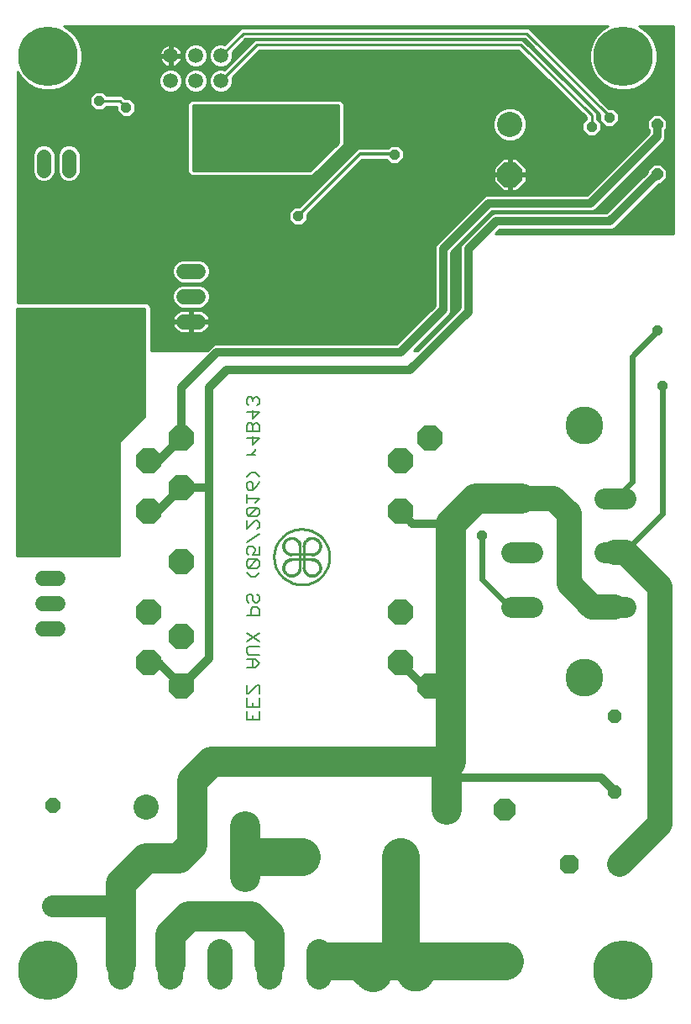
<source format=gbl>
G75*
G70*
%OFA0B0*%
%FSLAX24Y24*%
%IPPOS*%
%LPD*%
%AMOC8*
5,1,8,0,0,1.08239X$1,22.5*
%
%ADD10C,0.0060*%
%ADD11C,0.1000*%
%ADD12OC8,0.1000*%
%ADD13OC8,0.1181*%
%ADD14C,0.0594*%
%ADD15C,0.1000*%
%ADD16OC8,0.0885*%
%ADD17C,0.0100*%
%ADD18C,0.0010*%
%ADD19C,0.0825*%
%ADD20OC8,0.0560*%
%ADD21OC8,0.0760*%
%ADD22C,0.1502*%
%ADD23C,0.0594*%
%ADD24OC8,0.0600*%
%ADD25C,0.0560*%
%ADD26C,0.1200*%
%ADD27R,0.0396X0.0396*%
%ADD28OC8,0.0396*%
%ADD29C,0.2362*%
%ADD30C,0.0320*%
%ADD31C,0.0860*%
%ADD32C,0.0500*%
%ADD33C,0.1500*%
%ADD34C,0.1500*%
%ADD35C,0.0160*%
%ADD36C,0.0240*%
%ADD37C,0.0120*%
%ADD38OC8,0.0436*%
D10*
X016051Y016921D02*
X016051Y017255D01*
X016051Y017437D02*
X016051Y017771D01*
X016051Y017953D02*
X016051Y018286D01*
X016051Y017953D02*
X016135Y017953D01*
X016468Y018286D01*
X016552Y018286D01*
X016552Y017953D01*
X016552Y017771D02*
X016552Y017437D01*
X016051Y017437D01*
X016302Y017437D02*
X016302Y017604D01*
X016552Y017255D02*
X016552Y016921D01*
X016051Y016921D01*
X016302Y016921D02*
X016302Y017088D01*
X016302Y018984D02*
X016302Y019318D01*
X016385Y019318D02*
X016051Y019318D01*
X016135Y019500D02*
X016051Y019583D01*
X016051Y019750D01*
X016135Y019833D01*
X016552Y019833D01*
X016552Y020015D02*
X016051Y020349D01*
X016051Y020015D02*
X016552Y020349D01*
X016552Y021046D02*
X016552Y021297D01*
X016468Y021380D01*
X016302Y021380D01*
X016218Y021297D01*
X016218Y021046D01*
X016051Y021046D02*
X016552Y021046D01*
X016468Y021562D02*
X016385Y021562D01*
X016302Y021646D01*
X016302Y021812D01*
X016218Y021896D01*
X016135Y021896D01*
X016051Y021812D01*
X016051Y021646D01*
X016135Y021562D01*
X016468Y021562D02*
X016552Y021646D01*
X016552Y021812D01*
X016468Y021896D01*
X016385Y022593D02*
X016552Y022760D01*
X016468Y022937D02*
X016552Y023021D01*
X016552Y023187D01*
X016468Y023271D01*
X016135Y022937D01*
X016051Y023021D01*
X016051Y023187D01*
X016135Y023271D01*
X016468Y023271D01*
X016552Y023453D02*
X016302Y023453D01*
X016385Y023620D01*
X016385Y023703D01*
X016302Y023786D01*
X016135Y023786D01*
X016051Y023703D01*
X016051Y023536D01*
X016135Y023453D01*
X016552Y023453D02*
X016552Y023786D01*
X016552Y024302D02*
X016051Y023968D01*
X016051Y024484D02*
X016385Y024818D01*
X016468Y024818D01*
X016552Y024734D01*
X016552Y024567D01*
X016468Y024484D01*
X016468Y025000D02*
X016135Y025000D01*
X016468Y025333D01*
X016135Y025333D01*
X016051Y025250D01*
X016051Y025083D01*
X016135Y025000D01*
X016051Y024818D02*
X016051Y024484D01*
X016468Y025000D02*
X016552Y025083D01*
X016552Y025250D01*
X016468Y025333D01*
X016385Y025515D02*
X016552Y025682D01*
X016051Y025682D01*
X016051Y025515D02*
X016051Y025849D01*
X016135Y026031D02*
X016051Y026114D01*
X016051Y026281D01*
X016135Y026365D01*
X016218Y026365D01*
X016302Y026281D01*
X016302Y026031D01*
X016135Y026031D01*
X016302Y026031D02*
X016468Y026198D01*
X016552Y026365D01*
X016552Y026547D02*
X016385Y026713D01*
X016218Y026713D01*
X016051Y026547D01*
X016051Y027406D02*
X016385Y027406D01*
X016218Y027406D02*
X016385Y027573D01*
X016385Y027656D01*
X016302Y027836D02*
X016302Y028169D01*
X016302Y028351D02*
X016302Y028602D01*
X016218Y028685D01*
X016135Y028685D01*
X016051Y028602D01*
X016051Y028351D01*
X016552Y028351D01*
X016552Y028602D01*
X016468Y028685D01*
X016385Y028685D01*
X016302Y028602D01*
X016302Y028867D02*
X016302Y029201D01*
X016468Y029383D02*
X016552Y029466D01*
X016552Y029633D01*
X016468Y029716D01*
X016385Y029716D01*
X016302Y029633D01*
X016218Y029716D01*
X016135Y029716D01*
X016051Y029633D01*
X016051Y029466D01*
X016135Y029383D01*
X016302Y029549D02*
X016302Y029633D01*
X016051Y029117D02*
X016552Y029117D01*
X016302Y028867D01*
X016051Y028086D02*
X016552Y028086D01*
X016302Y027836D01*
X016135Y022937D02*
X016468Y022937D01*
X016385Y022593D02*
X016218Y022593D01*
X016051Y022760D01*
X016135Y019500D02*
X016552Y019500D01*
X016385Y019318D02*
X016552Y019151D01*
X016385Y018984D01*
X016051Y018984D01*
D11*
X012044Y013451D03*
X012044Y011426D03*
X015981Y010678D03*
X015981Y012703D03*
X018212Y011487D03*
X022149Y011487D03*
X026497Y040528D03*
D12*
X026497Y038528D03*
X023309Y028098D03*
X022137Y027177D03*
X022137Y025177D03*
X022137Y021177D03*
X022137Y019177D03*
X023309Y018256D03*
X013466Y018256D03*
X012137Y019177D03*
X013466Y020224D03*
X012137Y021177D03*
X013466Y023177D03*
X012137Y025177D03*
X013466Y026130D03*
X012137Y027177D03*
X013466Y028098D03*
D13*
X021362Y037302D03*
D14*
X014134Y034702D02*
X013540Y034702D01*
X013540Y033702D02*
X014134Y033702D01*
X014134Y032702D02*
X013540Y032702D01*
X008559Y022527D02*
X007965Y022527D01*
X007965Y021527D02*
X008559Y021527D01*
X008559Y020527D02*
X007965Y020527D01*
D15*
X011037Y007727D02*
X011037Y006727D01*
X013006Y006727D02*
X013006Y007727D01*
X014974Y007727D02*
X014974Y006727D01*
X016943Y006727D02*
X016943Y007727D01*
X018911Y007727D02*
X018911Y006727D01*
X029762Y021402D02*
X030662Y021402D01*
X029762Y021402D02*
X028837Y022327D01*
X028837Y025077D01*
X028212Y025702D01*
X026962Y025702D01*
X030662Y023552D02*
X031087Y023552D01*
X032437Y022202D01*
X032437Y012802D01*
X030837Y011202D01*
D16*
X026298Y013362D03*
X023992Y013362D03*
X023992Y007362D03*
X026298Y007362D03*
D17*
X018312Y022963D02*
X018312Y023789D01*
X018154Y023789D02*
X018154Y022963D01*
X017133Y023376D02*
X017135Y023442D01*
X017141Y023507D01*
X017151Y023572D01*
X017164Y023637D01*
X017182Y023700D01*
X017203Y023763D01*
X017228Y023823D01*
X017257Y023883D01*
X017289Y023940D01*
X017324Y023996D01*
X017363Y024049D01*
X017405Y024100D01*
X017449Y024148D01*
X017497Y024193D01*
X017547Y024236D01*
X017600Y024275D01*
X017655Y024312D01*
X017712Y024345D01*
X017771Y024374D01*
X017831Y024400D01*
X017893Y024422D01*
X017956Y024441D01*
X018020Y024455D01*
X018085Y024466D01*
X018151Y024473D01*
X018217Y024476D01*
X018282Y024475D01*
X018348Y024470D01*
X018413Y024461D01*
X018478Y024448D01*
X018541Y024432D01*
X018604Y024412D01*
X018665Y024387D01*
X018725Y024360D01*
X018783Y024329D01*
X018839Y024294D01*
X018893Y024256D01*
X018944Y024215D01*
X018993Y024171D01*
X019039Y024124D01*
X019083Y024075D01*
X019123Y024023D01*
X019160Y023968D01*
X019194Y023912D01*
X019224Y023853D01*
X019251Y023793D01*
X019274Y023732D01*
X019293Y023669D01*
X019309Y023605D01*
X019321Y023540D01*
X019329Y023475D01*
X019333Y023409D01*
X019333Y023343D01*
X019329Y023277D01*
X019321Y023212D01*
X019309Y023147D01*
X019293Y023083D01*
X019274Y023020D01*
X019251Y022959D01*
X019224Y022899D01*
X019194Y022840D01*
X019160Y022784D01*
X019123Y022729D01*
X019083Y022677D01*
X019039Y022628D01*
X018993Y022581D01*
X018944Y022537D01*
X018893Y022496D01*
X018839Y022458D01*
X018783Y022423D01*
X018725Y022392D01*
X018665Y022365D01*
X018604Y022340D01*
X018541Y022320D01*
X018478Y022304D01*
X018413Y022291D01*
X018348Y022282D01*
X018282Y022277D01*
X018217Y022276D01*
X018151Y022279D01*
X018085Y022286D01*
X018020Y022297D01*
X017956Y022311D01*
X017893Y022330D01*
X017831Y022352D01*
X017771Y022378D01*
X017712Y022407D01*
X017655Y022440D01*
X017600Y022477D01*
X017547Y022516D01*
X017497Y022559D01*
X017449Y022604D01*
X017405Y022652D01*
X017363Y022703D01*
X017324Y022756D01*
X017289Y022812D01*
X017257Y022869D01*
X017228Y022929D01*
X017203Y022989D01*
X017182Y023052D01*
X017164Y023115D01*
X017151Y023180D01*
X017141Y023245D01*
X017135Y023310D01*
X017133Y023376D01*
X017839Y023474D02*
X018627Y023474D01*
X018627Y023278D02*
X017839Y023278D01*
X014471Y031552D02*
X012257Y031552D01*
X012257Y033231D01*
X012216Y033330D01*
X012140Y033406D01*
X012041Y033447D01*
X006957Y033447D01*
X006957Y042608D01*
X007081Y042393D01*
X007333Y042141D01*
X007641Y041963D01*
X007985Y041871D01*
X008340Y041871D01*
X008684Y041963D01*
X008992Y042141D01*
X009244Y042393D01*
X009421Y042701D01*
X009514Y043045D01*
X009514Y043400D01*
X009421Y043744D01*
X009244Y044052D01*
X008992Y044304D01*
X008777Y044428D01*
X030382Y044428D01*
X030168Y044304D01*
X029916Y044052D01*
X029738Y043744D01*
X029646Y043400D01*
X029646Y043045D01*
X029738Y042701D01*
X029916Y042393D01*
X030168Y042141D01*
X030476Y041963D01*
X030819Y041871D01*
X031175Y041871D01*
X031519Y041963D01*
X031827Y042141D01*
X032078Y042393D01*
X032256Y042701D01*
X032348Y043045D01*
X032348Y043400D01*
X032256Y043744D01*
X032078Y044052D01*
X031827Y044304D01*
X031612Y044428D01*
X032990Y044428D01*
X032990Y036177D01*
X025904Y036177D01*
X026074Y036347D01*
X030528Y036347D01*
X030649Y036397D01*
X032416Y038164D01*
X032498Y038164D01*
X032725Y038392D01*
X032725Y038713D01*
X032498Y038940D01*
X032177Y038940D01*
X031949Y038713D01*
X031949Y038631D01*
X030326Y037007D01*
X025872Y037007D01*
X025750Y036957D01*
X025658Y036864D01*
X024650Y035857D01*
X024558Y035764D01*
X024507Y035643D01*
X024507Y033239D01*
X022821Y031552D01*
X022679Y031552D01*
X024024Y032897D01*
X024117Y032990D01*
X024167Y033112D01*
X024167Y035440D01*
X025799Y037072D01*
X029753Y037072D01*
X029874Y037122D01*
X032617Y039865D01*
X032667Y039987D01*
X032667Y040309D01*
X032725Y040367D01*
X032725Y040688D01*
X032498Y040915D01*
X032177Y040915D01*
X031949Y040688D01*
X031949Y040367D01*
X032007Y040309D01*
X032007Y040189D01*
X029551Y037732D01*
X025597Y037732D01*
X025475Y037682D01*
X023558Y035764D01*
X023507Y035643D01*
X023507Y033314D01*
X022001Y031807D01*
X014797Y031807D01*
X014675Y031757D01*
X014471Y031552D01*
X014547Y031628D02*
X012257Y031628D01*
X012257Y031727D02*
X014645Y031727D01*
X014364Y032318D02*
X022511Y032318D01*
X022610Y032416D02*
X014479Y032416D01*
X014475Y032411D02*
X014516Y032468D01*
X014548Y032531D01*
X014570Y032598D01*
X014579Y032654D01*
X013886Y032654D01*
X013886Y032751D01*
X013789Y032751D01*
X013789Y033149D01*
X013505Y033149D01*
X013436Y033138D01*
X013369Y033116D01*
X013306Y033084D01*
X013249Y033043D01*
X013200Y032993D01*
X013158Y032936D01*
X013126Y032874D01*
X013105Y032807D01*
X013096Y032751D01*
X013789Y032751D01*
X013789Y032654D01*
X013096Y032654D01*
X013105Y032598D01*
X013126Y032531D01*
X013158Y032468D01*
X013200Y032411D01*
X013249Y032361D01*
X013306Y032320D01*
X013369Y032288D01*
X013436Y032266D01*
X013505Y032255D01*
X013789Y032255D01*
X013789Y032654D01*
X013886Y032654D01*
X013886Y032255D01*
X014169Y032255D01*
X014239Y032266D01*
X014306Y032288D01*
X014368Y032320D01*
X014425Y032361D01*
X014475Y032411D01*
X014540Y032515D02*
X022708Y032515D01*
X022807Y032613D02*
X014572Y032613D01*
X014579Y032751D02*
X014570Y032807D01*
X014548Y032874D01*
X014516Y032936D01*
X014475Y032993D01*
X014425Y033043D01*
X014368Y033084D01*
X014306Y033116D01*
X014239Y033138D01*
X014169Y033149D01*
X013886Y033149D01*
X013886Y032751D01*
X014579Y032751D01*
X014569Y032810D02*
X023004Y032810D01*
X023102Y032909D02*
X014530Y032909D01*
X014461Y033007D02*
X023201Y033007D01*
X023299Y033106D02*
X014326Y033106D01*
X014227Y033235D02*
X014399Y033306D01*
X014530Y033438D01*
X014601Y033609D01*
X014601Y033795D01*
X014530Y033967D01*
X014399Y034098D01*
X014227Y034169D01*
X013448Y034169D01*
X013276Y034098D01*
X013145Y033967D01*
X013074Y033795D01*
X006957Y033795D01*
X006957Y033697D02*
X013074Y033697D01*
X013074Y033609D02*
X013145Y033438D01*
X013276Y033306D01*
X013448Y033235D01*
X014227Y033235D01*
X014390Y033303D02*
X023496Y033303D01*
X023507Y033401D02*
X014493Y033401D01*
X014556Y033500D02*
X023507Y033500D01*
X023507Y033598D02*
X014596Y033598D01*
X014601Y033697D02*
X023507Y033697D01*
X023507Y033795D02*
X014601Y033795D01*
X014560Y033894D02*
X023507Y033894D01*
X023507Y033992D02*
X014504Y033992D01*
X014406Y034091D02*
X023507Y034091D01*
X023507Y034189D02*
X006957Y034189D01*
X006957Y034091D02*
X013269Y034091D01*
X013170Y033992D02*
X006957Y033992D01*
X006957Y033894D02*
X013114Y033894D01*
X013074Y033795D02*
X013074Y033609D01*
X013078Y033598D02*
X006957Y033598D01*
X006957Y033500D02*
X013119Y033500D01*
X013181Y033401D02*
X012145Y033401D01*
X012228Y033303D02*
X013285Y033303D01*
X013348Y033106D02*
X012257Y033106D01*
X012257Y033204D02*
X023398Y033204D01*
X023740Y032613D02*
X023882Y032613D01*
X023839Y032712D02*
X023980Y032712D01*
X023937Y032810D02*
X024079Y032810D01*
X024024Y032897D02*
X024024Y032897D01*
X024036Y032909D02*
X024177Y032909D01*
X024124Y033007D02*
X024276Y033007D01*
X024374Y033106D02*
X024165Y033106D01*
X024167Y033204D02*
X024473Y033204D01*
X024507Y033303D02*
X024167Y033303D01*
X024167Y033401D02*
X024507Y033401D01*
X024507Y033500D02*
X024167Y033500D01*
X024167Y033598D02*
X024507Y033598D01*
X024507Y033697D02*
X024167Y033697D01*
X024167Y033795D02*
X024507Y033795D01*
X024507Y033894D02*
X024167Y033894D01*
X024167Y033992D02*
X024507Y033992D01*
X024507Y034091D02*
X024167Y034091D01*
X024167Y034189D02*
X024507Y034189D01*
X024507Y034288D02*
X024167Y034288D01*
X024167Y034386D02*
X024507Y034386D01*
X024507Y034485D02*
X024167Y034485D01*
X024167Y034583D02*
X024507Y034583D01*
X024507Y034682D02*
X024167Y034682D01*
X024167Y034780D02*
X024507Y034780D01*
X024507Y034879D02*
X024167Y034879D01*
X024167Y034977D02*
X024507Y034977D01*
X024507Y035076D02*
X024167Y035076D01*
X024167Y035174D02*
X024507Y035174D01*
X024507Y035273D02*
X024167Y035273D01*
X024167Y035371D02*
X024507Y035371D01*
X024507Y035470D02*
X024197Y035470D01*
X024295Y035568D02*
X024507Y035568D01*
X024517Y035667D02*
X024394Y035667D01*
X024492Y035765D02*
X024559Y035765D01*
X024591Y035864D02*
X024657Y035864D01*
X024689Y035962D02*
X024756Y035962D01*
X024788Y036061D02*
X024854Y036061D01*
X024886Y036159D02*
X024953Y036159D01*
X024985Y036258D02*
X025051Y036258D01*
X025083Y036356D02*
X025150Y036356D01*
X025182Y036455D02*
X025248Y036455D01*
X025280Y036553D02*
X025347Y036553D01*
X025379Y036652D02*
X025445Y036652D01*
X025477Y036750D02*
X025544Y036750D01*
X025576Y036849D02*
X025642Y036849D01*
X025658Y036864D02*
X025658Y036864D01*
X025674Y036947D02*
X025741Y036947D01*
X025773Y037046D02*
X030364Y037046D01*
X030463Y037144D02*
X029896Y037144D01*
X029995Y037243D02*
X030561Y037243D01*
X030660Y037341D02*
X030093Y037341D01*
X030192Y037440D02*
X030758Y037440D01*
X030857Y037538D02*
X030290Y037538D01*
X030389Y037637D02*
X030955Y037637D01*
X031054Y037735D02*
X030487Y037735D01*
X030586Y037834D02*
X031152Y037834D01*
X031251Y037932D02*
X030684Y037932D01*
X030783Y038031D02*
X031349Y038031D01*
X031448Y038129D02*
X030881Y038129D01*
X030980Y038228D02*
X031546Y038228D01*
X031645Y038326D02*
X031078Y038326D01*
X031177Y038425D02*
X031743Y038425D01*
X031842Y038523D02*
X031275Y038523D01*
X031374Y038622D02*
X031940Y038622D01*
X031957Y038720D02*
X031472Y038720D01*
X031571Y038819D02*
X032055Y038819D01*
X032154Y038917D02*
X031669Y038917D01*
X031768Y039016D02*
X032990Y039016D01*
X032990Y039114D02*
X031866Y039114D01*
X031965Y039213D02*
X032990Y039213D01*
X032990Y039311D02*
X032063Y039311D01*
X032162Y039410D02*
X032990Y039410D01*
X032990Y039508D02*
X032260Y039508D01*
X032359Y039607D02*
X032990Y039607D01*
X032990Y039705D02*
X032457Y039705D01*
X032556Y039804D02*
X032990Y039804D01*
X032990Y039902D02*
X032632Y039902D01*
X032667Y040001D02*
X032990Y040001D01*
X032990Y040099D02*
X032667Y040099D01*
X032667Y040198D02*
X032990Y040198D01*
X032990Y040296D02*
X032667Y040296D01*
X032725Y040395D02*
X032990Y040395D01*
X032990Y040493D02*
X032725Y040493D01*
X032725Y040592D02*
X032990Y040592D01*
X032990Y040690D02*
X032723Y040690D01*
X032624Y040789D02*
X032990Y040789D01*
X032990Y040887D02*
X032526Y040887D01*
X032149Y040887D02*
X030805Y040887D01*
X030805Y040955D02*
X030590Y041170D01*
X030430Y041170D01*
X027382Y044218D01*
X027253Y044347D01*
X015814Y044347D01*
X015162Y043695D01*
X015118Y043713D01*
X014932Y043713D01*
X014760Y043642D01*
X014629Y043511D01*
X014558Y043339D01*
X014558Y043154D01*
X014629Y042982D01*
X014760Y042851D01*
X014932Y042780D01*
X015118Y042780D01*
X015289Y042851D01*
X015420Y042982D01*
X015492Y043154D01*
X015492Y043339D01*
X015473Y043384D01*
X015997Y043907D01*
X027071Y043907D01*
X030069Y040909D01*
X030069Y040650D01*
X030285Y040434D01*
X030590Y040434D01*
X030805Y040650D01*
X030805Y040955D01*
X030774Y040986D02*
X032990Y040986D01*
X032990Y041084D02*
X030676Y041084D01*
X030418Y041183D02*
X032990Y041183D01*
X032990Y041281D02*
X030319Y041281D01*
X030221Y041380D02*
X032990Y041380D01*
X032990Y041478D02*
X030122Y041478D01*
X030024Y041577D02*
X032990Y041577D01*
X032990Y041675D02*
X029925Y041675D01*
X029827Y041774D02*
X032990Y041774D01*
X032990Y041872D02*
X031178Y041872D01*
X030816Y041872D02*
X029728Y041872D01*
X029630Y041971D02*
X030463Y041971D01*
X030292Y042069D02*
X029531Y042069D01*
X029433Y042168D02*
X030141Y042168D01*
X030043Y042266D02*
X029334Y042266D01*
X029236Y042365D02*
X029944Y042365D01*
X029875Y042463D02*
X029137Y042463D01*
X029039Y042562D02*
X029818Y042562D01*
X029762Y042660D02*
X028940Y042660D01*
X028842Y042759D02*
X029723Y042759D01*
X029696Y042857D02*
X028743Y042857D01*
X028645Y042956D02*
X029670Y042956D01*
X029646Y043054D02*
X028546Y043054D01*
X028448Y043153D02*
X029646Y043153D01*
X029646Y043251D02*
X028349Y043251D01*
X028251Y043350D02*
X029646Y043350D01*
X029659Y043448D02*
X028152Y043448D01*
X028054Y043547D02*
X029685Y043547D01*
X029712Y043645D02*
X027955Y043645D01*
X027857Y043744D02*
X029738Y043744D01*
X029795Y043842D02*
X027758Y043842D01*
X027660Y043941D02*
X029852Y043941D01*
X029909Y044039D02*
X027561Y044039D01*
X027463Y044138D02*
X030002Y044138D01*
X030100Y044236D02*
X027364Y044236D01*
X027266Y044335D02*
X030222Y044335D01*
X031773Y044335D02*
X032990Y044335D01*
X032990Y044236D02*
X031894Y044236D01*
X031993Y044138D02*
X032990Y044138D01*
X032990Y044039D02*
X032086Y044039D01*
X032143Y043941D02*
X032990Y043941D01*
X032990Y043842D02*
X032199Y043842D01*
X032256Y043744D02*
X032990Y043744D01*
X032990Y043645D02*
X032283Y043645D01*
X032309Y043547D02*
X032990Y043547D01*
X032990Y043448D02*
X032335Y043448D01*
X032348Y043350D02*
X032990Y043350D01*
X032990Y043251D02*
X032348Y043251D01*
X032348Y043153D02*
X032990Y043153D01*
X032990Y043054D02*
X032348Y043054D01*
X032324Y042956D02*
X032990Y042956D01*
X032990Y042857D02*
X032298Y042857D01*
X032272Y042759D02*
X032990Y042759D01*
X032990Y042660D02*
X032233Y042660D01*
X032176Y042562D02*
X032990Y042562D01*
X032990Y042463D02*
X032119Y042463D01*
X032050Y042365D02*
X032990Y042365D01*
X032990Y042266D02*
X031952Y042266D01*
X031853Y042168D02*
X032990Y042168D01*
X032990Y042069D02*
X031702Y042069D01*
X031531Y041971D02*
X032990Y041971D01*
X032050Y040789D02*
X030805Y040789D01*
X030805Y040690D02*
X031952Y040690D01*
X031949Y040592D02*
X030747Y040592D01*
X030649Y040493D02*
X031949Y040493D01*
X031949Y040395D02*
X030105Y040395D01*
X030105Y040493D02*
X030226Y040493D01*
X030127Y040592D02*
X030093Y040592D01*
X030105Y040580D02*
X029957Y040728D01*
X029957Y040812D01*
X029958Y040813D01*
X029957Y040903D01*
X029957Y040993D01*
X029956Y040994D01*
X029956Y040995D01*
X029892Y041058D01*
X029828Y041122D01*
X029827Y041122D01*
X027067Y043833D01*
X027003Y043897D01*
X027002Y043897D01*
X027001Y043898D01*
X026911Y043897D01*
X016364Y043897D01*
X015162Y042695D01*
X015118Y042713D01*
X014932Y042713D01*
X014760Y042642D01*
X014629Y042511D01*
X014558Y042339D01*
X014558Y042154D01*
X014629Y041982D01*
X014760Y041851D01*
X014932Y041780D01*
X015118Y041780D01*
X015289Y041851D01*
X015420Y041982D01*
X015492Y042154D01*
X015492Y042339D01*
X015473Y042384D01*
X016547Y043457D01*
X026822Y043457D01*
X029517Y040810D01*
X029517Y040728D01*
X029369Y040580D01*
X029369Y040275D01*
X029585Y040059D01*
X029890Y040059D01*
X030105Y040275D01*
X030105Y040580D01*
X030069Y040690D02*
X029995Y040690D01*
X029957Y040789D02*
X030069Y040789D01*
X030069Y040887D02*
X029957Y040887D01*
X029957Y040986D02*
X029993Y040986D01*
X029894Y041084D02*
X029866Y041084D01*
X029796Y041183D02*
X029766Y041183D01*
X029697Y041281D02*
X029665Y041281D01*
X029599Y041380D02*
X029565Y041380D01*
X029500Y041478D02*
X029465Y041478D01*
X029402Y041577D02*
X029364Y041577D01*
X029303Y041675D02*
X029264Y041675D01*
X029205Y041774D02*
X029164Y041774D01*
X029106Y041872D02*
X029064Y041872D01*
X029008Y041971D02*
X028963Y041971D01*
X028909Y042069D02*
X028863Y042069D01*
X028811Y042168D02*
X028763Y042168D01*
X028712Y042266D02*
X028663Y042266D01*
X028614Y042365D02*
X028562Y042365D01*
X028515Y042463D02*
X028462Y042463D01*
X028417Y042562D02*
X028362Y042562D01*
X028318Y042660D02*
X028261Y042660D01*
X028220Y042759D02*
X028161Y042759D01*
X028121Y042857D02*
X028061Y042857D01*
X028023Y042956D02*
X027961Y042956D01*
X027924Y043054D02*
X027860Y043054D01*
X027826Y043153D02*
X027760Y043153D01*
X027727Y043251D02*
X027660Y043251D01*
X027629Y043350D02*
X027560Y043350D01*
X027530Y043448D02*
X027459Y043448D01*
X027432Y043547D02*
X027359Y043547D01*
X027333Y043645D02*
X027259Y043645D01*
X027235Y043744D02*
X027158Y043744D01*
X027136Y043842D02*
X027058Y043842D01*
X026912Y043677D02*
X016455Y043677D01*
X015025Y042246D01*
X014593Y042069D02*
X014457Y042069D01*
X014492Y042154D02*
X014420Y041982D01*
X014289Y041851D01*
X014118Y041780D01*
X013932Y041780D01*
X013760Y041851D01*
X013629Y041982D01*
X013558Y042154D01*
X013558Y042339D01*
X013629Y042511D01*
X013760Y042642D01*
X013932Y042713D01*
X014118Y042713D01*
X014289Y042642D01*
X014420Y042511D01*
X014492Y042339D01*
X014492Y042154D01*
X014492Y042168D02*
X014558Y042168D01*
X014558Y042266D02*
X014492Y042266D01*
X014481Y042365D02*
X014568Y042365D01*
X014609Y042463D02*
X014440Y042463D01*
X014370Y042562D02*
X014680Y042562D01*
X014804Y042660D02*
X014246Y042660D01*
X014118Y042780D02*
X014289Y042851D01*
X014420Y042982D01*
X014492Y043154D01*
X014492Y043339D01*
X014420Y043511D01*
X014289Y043642D01*
X014118Y043713D01*
X013932Y043713D01*
X013760Y043642D01*
X013629Y043511D01*
X013558Y043339D01*
X013558Y043154D01*
X013629Y042982D01*
X013760Y042851D01*
X013932Y042780D01*
X014118Y042780D01*
X014296Y042857D02*
X014754Y042857D01*
X014655Y042956D02*
X014394Y042956D01*
X014450Y043054D02*
X014599Y043054D01*
X014558Y043153D02*
X014491Y043153D01*
X014492Y043251D02*
X014558Y043251D01*
X014562Y043350D02*
X014487Y043350D01*
X014446Y043448D02*
X014603Y043448D01*
X014665Y043547D02*
X014385Y043547D01*
X014282Y043645D02*
X014768Y043645D01*
X015211Y043744D02*
X009422Y043744D01*
X009448Y043645D02*
X012823Y043645D01*
X012853Y043661D02*
X012790Y043629D01*
X012734Y043587D01*
X012684Y043538D01*
X012642Y043481D01*
X012611Y043418D01*
X012589Y043351D01*
X012580Y043295D01*
X012976Y043295D01*
X012976Y043198D01*
X012580Y043198D01*
X012589Y043142D01*
X012611Y043075D01*
X012642Y043012D01*
X012684Y042955D01*
X012734Y042906D01*
X012790Y042864D01*
X012853Y042832D01*
X012920Y042811D01*
X012976Y042802D01*
X012976Y043198D01*
X013073Y043198D01*
X013073Y042802D01*
X013129Y042811D01*
X013196Y042832D01*
X013259Y042864D01*
X013316Y042906D01*
X013366Y042955D01*
X013407Y043012D01*
X013439Y043075D01*
X013461Y043142D01*
X013469Y043198D01*
X013073Y043198D01*
X013073Y043295D01*
X012976Y043295D01*
X012976Y043691D01*
X012920Y043682D01*
X012853Y043661D01*
X012976Y043645D02*
X013073Y043645D01*
X013073Y043691D02*
X013129Y043682D01*
X013196Y043661D01*
X013259Y043629D01*
X013316Y043587D01*
X013366Y043538D01*
X013407Y043481D01*
X013439Y043418D01*
X013461Y043351D01*
X013469Y043295D01*
X013073Y043295D01*
X013073Y043691D01*
X013073Y043547D02*
X012976Y043547D01*
X012976Y043448D02*
X013073Y043448D01*
X013073Y043350D02*
X012976Y043350D01*
X012976Y043251D02*
X009514Y043251D01*
X009514Y043153D02*
X012587Y043153D01*
X012621Y043054D02*
X009514Y043054D01*
X009490Y042956D02*
X012684Y042956D01*
X012804Y042857D02*
X009463Y042857D01*
X009437Y042759D02*
X015226Y042759D01*
X015296Y042857D02*
X015324Y042857D01*
X015394Y042956D02*
X015423Y042956D01*
X015450Y043054D02*
X015521Y043054D01*
X015491Y043153D02*
X015620Y043153D01*
X015718Y043251D02*
X015492Y043251D01*
X015487Y043350D02*
X015817Y043350D01*
X015915Y043448D02*
X015538Y043448D01*
X015636Y043547D02*
X016014Y043547D01*
X016112Y043645D02*
X015735Y043645D01*
X015833Y043744D02*
X016211Y043744D01*
X016309Y043842D02*
X015932Y043842D01*
X015905Y044127D02*
X015025Y043246D01*
X015309Y043842D02*
X009365Y043842D01*
X009308Y043941D02*
X015408Y043941D01*
X015506Y044039D02*
X009251Y044039D01*
X009158Y044138D02*
X015605Y044138D01*
X015703Y044236D02*
X009059Y044236D01*
X008938Y044335D02*
X015802Y044335D01*
X015905Y044127D02*
X027162Y044127D01*
X030437Y040852D01*
X030437Y040802D01*
X030105Y040296D02*
X032007Y040296D01*
X032007Y040198D02*
X030028Y040198D01*
X029930Y040099D02*
X031918Y040099D01*
X031819Y040001D02*
X026917Y040001D01*
X026876Y039960D02*
X027065Y040148D01*
X027167Y040395D01*
X029369Y040395D01*
X029369Y040493D02*
X027167Y040493D01*
X027167Y040395D02*
X027167Y040661D01*
X027065Y040907D01*
X026876Y041096D01*
X026630Y041198D01*
X026364Y041198D01*
X026117Y041096D01*
X025929Y040907D01*
X025827Y040661D01*
X025827Y040395D01*
X019907Y040395D01*
X019907Y040493D02*
X025827Y040493D01*
X025827Y040395D02*
X025929Y040148D01*
X026117Y039960D01*
X026364Y039858D01*
X026630Y039858D01*
X026876Y039960D01*
X026737Y039902D02*
X031721Y039902D01*
X031622Y039804D02*
X019907Y039804D01*
X019907Y039801D02*
X019908Y039891D01*
X019907Y039892D01*
X019907Y041368D01*
X019778Y041497D01*
X013821Y041497D01*
X013692Y041368D01*
X013692Y041186D01*
X013692Y038793D01*
X013692Y038611D01*
X013821Y038482D01*
X018561Y038482D01*
X018651Y038481D01*
X018652Y038482D01*
X018653Y038482D01*
X018717Y038546D01*
X019777Y039582D01*
X019778Y039582D01*
X019842Y039646D01*
X019906Y039709D01*
X019906Y039710D01*
X019907Y039711D01*
X019907Y039801D01*
X019903Y039705D02*
X031524Y039705D01*
X031425Y039607D02*
X022153Y039607D01*
X022065Y039695D02*
X022280Y039480D01*
X022280Y039175D01*
X022065Y038959D01*
X021760Y038959D01*
X021597Y039122D01*
X020633Y039122D01*
X018455Y036945D01*
X018455Y036750D01*
X024544Y036750D01*
X024642Y036849D02*
X018455Y036849D01*
X018458Y036947D02*
X024741Y036947D01*
X024839Y037046D02*
X018556Y037046D01*
X018655Y037144D02*
X024938Y037144D01*
X025036Y037243D02*
X018753Y037243D01*
X018852Y037341D02*
X025135Y037341D01*
X025233Y037440D02*
X018950Y037440D01*
X019049Y037538D02*
X025332Y037538D01*
X025430Y037637D02*
X019147Y037637D01*
X019246Y037735D02*
X029554Y037735D01*
X029652Y037834D02*
X019344Y037834D01*
X019443Y037932D02*
X026173Y037932D01*
X026228Y037878D02*
X025847Y038259D01*
X025847Y038478D01*
X026447Y038478D01*
X026547Y038478D01*
X026547Y038578D01*
X027147Y038578D01*
X027147Y038797D01*
X026766Y039178D01*
X026547Y039178D01*
X026547Y038578D01*
X026447Y038578D01*
X026447Y039178D01*
X026228Y039178D01*
X025847Y038797D01*
X025847Y038578D01*
X026447Y038578D01*
X026447Y038478D01*
X026447Y037878D01*
X026228Y037878D01*
X026075Y038031D02*
X019541Y038031D01*
X019640Y038129D02*
X025976Y038129D01*
X025878Y038228D02*
X019738Y038228D01*
X019837Y038326D02*
X025847Y038326D01*
X025847Y038425D02*
X019935Y038425D01*
X020034Y038523D02*
X026447Y038523D01*
X026447Y038425D02*
X026547Y038425D01*
X026547Y038478D02*
X026547Y037878D01*
X026766Y037878D01*
X027147Y038259D01*
X027147Y038478D01*
X026547Y038478D01*
X026547Y038523D02*
X030342Y038523D01*
X030440Y038622D02*
X027147Y038622D01*
X027147Y038720D02*
X030539Y038720D01*
X030637Y038819D02*
X027125Y038819D01*
X027027Y038917D02*
X030736Y038917D01*
X030834Y039016D02*
X026928Y039016D01*
X026830Y039114D02*
X030933Y039114D01*
X031031Y039213D02*
X022280Y039213D01*
X022280Y039311D02*
X031130Y039311D01*
X031228Y039410D02*
X022280Y039410D01*
X022252Y039508D02*
X031327Y039508D01*
X032521Y038917D02*
X032990Y038917D01*
X032990Y038819D02*
X032619Y038819D01*
X032718Y038720D02*
X032990Y038720D01*
X032990Y038622D02*
X032725Y038622D01*
X032725Y038523D02*
X032990Y038523D01*
X032990Y038425D02*
X032725Y038425D01*
X032660Y038326D02*
X032990Y038326D01*
X032990Y038228D02*
X032561Y038228D01*
X032381Y038129D02*
X032990Y038129D01*
X032990Y038031D02*
X032283Y038031D01*
X032184Y037932D02*
X032990Y037932D01*
X032990Y037834D02*
X032086Y037834D01*
X031987Y037735D02*
X032990Y037735D01*
X032990Y037637D02*
X031889Y037637D01*
X031790Y037538D02*
X032990Y037538D01*
X032990Y037440D02*
X031692Y037440D01*
X031593Y037341D02*
X032990Y037341D01*
X032990Y037243D02*
X031495Y037243D01*
X031396Y037144D02*
X032990Y037144D01*
X032990Y037046D02*
X031298Y037046D01*
X031199Y036947D02*
X032990Y036947D01*
X032990Y036849D02*
X031101Y036849D01*
X031002Y036750D02*
X032990Y036750D01*
X032990Y036652D02*
X030904Y036652D01*
X030805Y036553D02*
X032990Y036553D01*
X032990Y036455D02*
X030707Y036455D01*
X030550Y036356D02*
X032990Y036356D01*
X032990Y036258D02*
X025985Y036258D01*
X026447Y037932D02*
X026547Y037932D01*
X026547Y038031D02*
X026447Y038031D01*
X026447Y038129D02*
X026547Y038129D01*
X026547Y038228D02*
X026447Y038228D01*
X026447Y038326D02*
X026547Y038326D01*
X026547Y038622D02*
X026447Y038622D01*
X026447Y038720D02*
X026547Y038720D01*
X026547Y038819D02*
X026447Y038819D01*
X026447Y038917D02*
X026547Y038917D01*
X026547Y039016D02*
X026447Y039016D01*
X026447Y039114D02*
X026547Y039114D01*
X027147Y038425D02*
X030243Y038425D01*
X030145Y038326D02*
X027147Y038326D01*
X027116Y038228D02*
X030046Y038228D01*
X029948Y038129D02*
X027017Y038129D01*
X026919Y038031D02*
X029849Y038031D01*
X029751Y037932D02*
X026820Y037932D01*
X025847Y038622D02*
X020132Y038622D01*
X020231Y038720D02*
X025847Y038720D01*
X025868Y038819D02*
X020329Y038819D01*
X020428Y038917D02*
X025967Y038917D01*
X026065Y039016D02*
X022121Y039016D01*
X022220Y039114D02*
X026164Y039114D01*
X026257Y039902D02*
X019907Y039902D01*
X019907Y040001D02*
X026077Y040001D01*
X025978Y040099D02*
X019907Y040099D01*
X019907Y040198D02*
X025908Y040198D01*
X025868Y040296D02*
X019907Y040296D01*
X019687Y040296D02*
X013912Y040296D01*
X013912Y040198D02*
X019687Y040198D01*
X019687Y040099D02*
X013912Y040099D01*
X013912Y040001D02*
X019687Y040001D01*
X019687Y039902D02*
X013912Y039902D01*
X013912Y039804D02*
X019687Y039804D01*
X019687Y039802D02*
X018562Y038702D01*
X013912Y038702D01*
X013912Y041277D01*
X019687Y041277D01*
X019687Y039802D01*
X019588Y039705D02*
X013912Y039705D01*
X013912Y039607D02*
X019487Y039607D01*
X019387Y039508D02*
X013912Y039508D01*
X013912Y039410D02*
X019286Y039410D01*
X019185Y039311D02*
X013912Y039311D01*
X013912Y039213D02*
X019084Y039213D01*
X018984Y039114D02*
X013912Y039114D01*
X013912Y039016D02*
X018883Y039016D01*
X018782Y038917D02*
X013912Y038917D01*
X013912Y038819D02*
X018682Y038819D01*
X018581Y038720D02*
X013912Y038720D01*
X013692Y038720D02*
X009437Y038720D01*
X009437Y038622D02*
X013692Y038622D01*
X013780Y038523D02*
X009402Y038523D01*
X009369Y038442D02*
X009437Y038608D01*
X009437Y039347D01*
X009369Y039512D01*
X009242Y039639D01*
X009077Y039707D01*
X008898Y039707D01*
X008732Y039639D01*
X008606Y039512D01*
X008537Y039347D01*
X008537Y038608D01*
X008606Y038442D01*
X008732Y038316D01*
X008898Y038247D01*
X009077Y038247D01*
X009242Y038316D01*
X009369Y038442D01*
X009351Y038425D02*
X019285Y038425D01*
X019383Y038523D02*
X018694Y038523D01*
X018795Y038622D02*
X019482Y038622D01*
X019580Y038720D02*
X018895Y038720D01*
X018996Y038819D02*
X019679Y038819D01*
X019777Y038917D02*
X019097Y038917D01*
X019198Y039016D02*
X019876Y039016D01*
X019974Y039114D02*
X019298Y039114D01*
X019399Y039213D02*
X020073Y039213D01*
X020171Y039311D02*
X019500Y039311D01*
X019601Y039410D02*
X020270Y039410D01*
X020307Y039447D02*
X018130Y037270D01*
X017935Y037270D01*
X017719Y037055D01*
X017719Y036750D01*
X006957Y036750D01*
X006957Y036652D02*
X017817Y036652D01*
X017719Y036750D02*
X017935Y036534D01*
X018240Y036534D01*
X018455Y036750D01*
X018357Y036652D02*
X024445Y036652D01*
X024347Y036553D02*
X018259Y036553D01*
X017916Y036553D02*
X006957Y036553D01*
X006957Y036455D02*
X024248Y036455D01*
X024150Y036356D02*
X006957Y036356D01*
X006957Y036258D02*
X024051Y036258D01*
X023953Y036159D02*
X006957Y036159D01*
X006957Y036061D02*
X023854Y036061D01*
X023756Y035962D02*
X006957Y035962D01*
X006957Y035864D02*
X023657Y035864D01*
X023559Y035765D02*
X006957Y035765D01*
X006957Y035667D02*
X023517Y035667D01*
X023507Y035568D02*
X006957Y035568D01*
X006957Y035470D02*
X023507Y035470D01*
X023507Y035371D02*
X006957Y035371D01*
X006957Y035273D02*
X023507Y035273D01*
X023507Y035174D02*
X006957Y035174D01*
X006957Y035076D02*
X013254Y035076D01*
X013276Y035098D02*
X013145Y034967D01*
X013074Y034795D01*
X013074Y034609D01*
X013145Y034438D01*
X013276Y034306D01*
X013448Y034235D01*
X014227Y034235D01*
X014399Y034306D01*
X014530Y034438D01*
X014601Y034609D01*
X014601Y034795D01*
X014530Y034967D01*
X014399Y035098D01*
X014227Y035169D01*
X013448Y035169D01*
X013276Y035098D01*
X013155Y034977D02*
X006957Y034977D01*
X006957Y034879D02*
X013108Y034879D01*
X013074Y034780D02*
X006957Y034780D01*
X006957Y034682D02*
X013074Y034682D01*
X013084Y034583D02*
X006957Y034583D01*
X006957Y034485D02*
X013125Y034485D01*
X013196Y034386D02*
X006957Y034386D01*
X006957Y034288D02*
X013321Y034288D01*
X013789Y033106D02*
X013886Y033106D01*
X013886Y033007D02*
X013789Y033007D01*
X013789Y032909D02*
X013886Y032909D01*
X013886Y032810D02*
X013789Y032810D01*
X013789Y032712D02*
X012257Y032712D01*
X012257Y032810D02*
X013106Y032810D01*
X013144Y032909D02*
X012257Y032909D01*
X012257Y033007D02*
X013214Y033007D01*
X013102Y032613D02*
X012257Y032613D01*
X012257Y032515D02*
X013134Y032515D01*
X013196Y032416D02*
X012257Y032416D01*
X012257Y032318D02*
X013311Y032318D01*
X013789Y032318D02*
X013886Y032318D01*
X013886Y032416D02*
X013789Y032416D01*
X013789Y032515D02*
X013886Y032515D01*
X013886Y032613D02*
X013789Y032613D01*
X013886Y032712D02*
X022905Y032712D01*
X023346Y032219D02*
X023488Y032219D01*
X023445Y032318D02*
X023586Y032318D01*
X023543Y032416D02*
X023685Y032416D01*
X023642Y032515D02*
X023783Y032515D01*
X023389Y032121D02*
X023248Y032121D01*
X023291Y032022D02*
X023149Y032022D01*
X023192Y031924D02*
X023051Y031924D01*
X023094Y031825D02*
X022952Y031825D01*
X022995Y031727D02*
X022854Y031727D01*
X022897Y031628D02*
X022755Y031628D01*
X022216Y032022D02*
X012257Y032022D01*
X012257Y031924D02*
X022117Y031924D01*
X022019Y031825D02*
X012257Y031825D01*
X012257Y032121D02*
X022314Y032121D01*
X022413Y032219D02*
X012257Y032219D01*
X014354Y034288D02*
X023507Y034288D01*
X023507Y034386D02*
X014478Y034386D01*
X014549Y034485D02*
X023507Y034485D01*
X023507Y034583D02*
X014590Y034583D01*
X014601Y034682D02*
X023507Y034682D01*
X023507Y034780D02*
X014601Y034780D01*
X014566Y034879D02*
X023507Y034879D01*
X023507Y034977D02*
X014519Y034977D01*
X014421Y035076D02*
X023507Y035076D01*
X021703Y039016D02*
X020526Y039016D01*
X020625Y039114D02*
X021605Y039114D01*
X021647Y039582D02*
X020442Y039582D01*
X020307Y039447D01*
X020368Y039508D02*
X019701Y039508D01*
X019803Y039607D02*
X021671Y039607D01*
X021647Y039582D02*
X021760Y039695D01*
X022065Y039695D01*
X019907Y040592D02*
X025827Y040592D01*
X025839Y040690D02*
X019907Y040690D01*
X019907Y040789D02*
X025880Y040789D01*
X025921Y040887D02*
X019907Y040887D01*
X019907Y040986D02*
X026007Y040986D01*
X026106Y041084D02*
X019907Y041084D01*
X019907Y041183D02*
X026327Y041183D01*
X026667Y041183D02*
X029138Y041183D01*
X029238Y041084D02*
X026888Y041084D01*
X026987Y040986D02*
X029338Y040986D01*
X029439Y040887D02*
X027073Y040887D01*
X027114Y040789D02*
X029517Y040789D01*
X029480Y040690D02*
X027155Y040690D01*
X027167Y040592D02*
X029381Y040592D01*
X029369Y040296D02*
X027126Y040296D01*
X027085Y040198D02*
X029446Y040198D01*
X029545Y040099D02*
X027016Y040099D01*
X028436Y041872D02*
X015311Y041872D01*
X015409Y041971D02*
X028335Y041971D01*
X028235Y042069D02*
X015457Y042069D01*
X015492Y042168D02*
X028135Y042168D01*
X028035Y042266D02*
X015492Y042266D01*
X015481Y042365D02*
X027934Y042365D01*
X027834Y042463D02*
X015553Y042463D01*
X015651Y042562D02*
X027734Y042562D01*
X027634Y042660D02*
X015750Y042660D01*
X015848Y042759D02*
X027533Y042759D01*
X027433Y042857D02*
X015947Y042857D01*
X016045Y042956D02*
X027333Y042956D01*
X027232Y043054D02*
X016144Y043054D01*
X016242Y043153D02*
X027132Y043153D01*
X027032Y043251D02*
X016341Y043251D01*
X016439Y043350D02*
X026932Y043350D01*
X026831Y043448D02*
X016538Y043448D01*
X014739Y041872D02*
X014311Y041872D01*
X014409Y041971D02*
X014640Y041971D01*
X013802Y041478D02*
X011507Y041478D01*
X011415Y041570D02*
X011205Y041570D01*
X011103Y041672D01*
X010488Y041672D01*
X010340Y041820D01*
X010035Y041820D01*
X009819Y041605D01*
X009819Y041300D01*
X010035Y041084D01*
X010340Y041084D01*
X010894Y041084D01*
X010894Y041050D02*
X011110Y040834D01*
X011415Y040834D01*
X011630Y041050D01*
X011630Y041355D01*
X011415Y041570D01*
X011199Y041577D02*
X028737Y041577D01*
X028837Y041478D02*
X019797Y041478D01*
X019896Y041380D02*
X028937Y041380D01*
X029037Y041281D02*
X019907Y041281D01*
X019687Y041183D02*
X013912Y041183D01*
X013912Y041084D02*
X019687Y041084D01*
X019687Y040986D02*
X013912Y040986D01*
X013912Y040887D02*
X019687Y040887D01*
X019687Y040789D02*
X013912Y040789D01*
X013912Y040690D02*
X019687Y040690D01*
X019687Y040592D02*
X013912Y040592D01*
X013912Y040493D02*
X019687Y040493D01*
X019687Y040395D02*
X013912Y040395D01*
X013692Y040395D02*
X006957Y040395D01*
X006957Y040493D02*
X013692Y040493D01*
X013692Y040592D02*
X006957Y040592D01*
X006957Y040690D02*
X013692Y040690D01*
X013692Y040789D02*
X006957Y040789D01*
X006957Y040887D02*
X011057Y040887D01*
X010958Y040986D02*
X006957Y040986D01*
X006957Y041084D02*
X010035Y041084D01*
X009936Y041183D02*
X006957Y041183D01*
X006957Y041281D02*
X009838Y041281D01*
X009819Y041380D02*
X006957Y041380D01*
X006957Y041478D02*
X009819Y041478D01*
X009819Y041577D02*
X006957Y041577D01*
X006957Y041675D02*
X009890Y041675D01*
X009988Y041774D02*
X006957Y041774D01*
X006957Y041872D02*
X007981Y041872D01*
X008344Y041872D02*
X012739Y041872D01*
X012760Y041851D02*
X012629Y041982D01*
X012558Y042154D01*
X012558Y042339D01*
X012629Y042511D01*
X012760Y042642D01*
X012932Y042713D01*
X013118Y042713D01*
X013289Y042642D01*
X013420Y042511D01*
X013492Y042339D01*
X013492Y042154D01*
X013420Y041982D01*
X013289Y041851D01*
X013118Y041780D01*
X012932Y041780D01*
X012760Y041851D01*
X012640Y041971D02*
X008697Y041971D01*
X008867Y042069D02*
X012593Y042069D01*
X012558Y042168D02*
X009019Y042168D01*
X009117Y042266D02*
X012558Y042266D01*
X012568Y042365D02*
X009216Y042365D01*
X009284Y042463D02*
X012609Y042463D01*
X012680Y042562D02*
X009341Y042562D01*
X009398Y042660D02*
X012804Y042660D01*
X012976Y042857D02*
X013073Y042857D01*
X013073Y042956D02*
X012976Y042956D01*
X012976Y043054D02*
X013073Y043054D01*
X013073Y043153D02*
X012976Y043153D01*
X013073Y043251D02*
X013558Y043251D01*
X013558Y043153D02*
X013462Y043153D01*
X013428Y043054D02*
X013599Y043054D01*
X013655Y042956D02*
X013366Y042956D01*
X013245Y042857D02*
X013754Y042857D01*
X013804Y042660D02*
X013246Y042660D01*
X013370Y042562D02*
X013680Y042562D01*
X013609Y042463D02*
X013440Y042463D01*
X013481Y042365D02*
X013568Y042365D01*
X013558Y042266D02*
X013492Y042266D01*
X013492Y042168D02*
X013558Y042168D01*
X013593Y042069D02*
X013457Y042069D01*
X013409Y041971D02*
X013640Y041971D01*
X013739Y041872D02*
X013311Y041872D01*
X013704Y041380D02*
X011605Y041380D01*
X011630Y041281D02*
X013692Y041281D01*
X013692Y041183D02*
X011630Y041183D01*
X011630Y041084D02*
X013692Y041084D01*
X013692Y040986D02*
X011566Y040986D01*
X011468Y040887D02*
X013692Y040887D01*
X013692Y040296D02*
X006957Y040296D01*
X006957Y040198D02*
X013692Y040198D01*
X013692Y040099D02*
X006957Y040099D01*
X006957Y040001D02*
X013692Y040001D01*
X013692Y039902D02*
X006957Y039902D01*
X006957Y039804D02*
X013692Y039804D01*
X013692Y039705D02*
X009081Y039705D01*
X008893Y039705D02*
X008081Y039705D01*
X008077Y039707D02*
X007898Y039707D01*
X007732Y039639D01*
X007606Y039512D01*
X007537Y039347D01*
X007537Y038608D01*
X007606Y038442D01*
X007732Y038316D01*
X007898Y038247D01*
X008077Y038247D01*
X008242Y038316D01*
X008369Y038442D01*
X008437Y038608D01*
X008437Y039347D01*
X008369Y039512D01*
X008242Y039639D01*
X008077Y039707D01*
X007893Y039705D02*
X006957Y039705D01*
X006957Y039607D02*
X007700Y039607D01*
X007604Y039508D02*
X006957Y039508D01*
X006957Y039410D02*
X007563Y039410D01*
X007537Y039311D02*
X006957Y039311D01*
X006957Y039213D02*
X007537Y039213D01*
X007537Y039114D02*
X006957Y039114D01*
X006957Y039016D02*
X007537Y039016D01*
X007537Y038917D02*
X006957Y038917D01*
X006957Y038819D02*
X007537Y038819D01*
X007537Y038720D02*
X006957Y038720D01*
X006957Y038622D02*
X007537Y038622D01*
X007572Y038523D02*
X006957Y038523D01*
X006957Y038425D02*
X007623Y038425D01*
X007722Y038326D02*
X006957Y038326D01*
X006957Y038228D02*
X019088Y038228D01*
X019186Y038326D02*
X009253Y038326D01*
X009437Y038819D02*
X013692Y038819D01*
X013692Y038917D02*
X009437Y038917D01*
X009437Y039016D02*
X013692Y039016D01*
X013692Y039114D02*
X009437Y039114D01*
X009437Y039213D02*
X013692Y039213D01*
X013692Y039311D02*
X009437Y039311D01*
X009411Y039410D02*
X013692Y039410D01*
X013692Y039508D02*
X009370Y039508D01*
X009274Y039607D02*
X013692Y039607D01*
X011262Y041202D02*
X011012Y041452D01*
X010187Y041452D01*
X010438Y041183D02*
X010894Y041183D01*
X010894Y041232D02*
X010894Y041050D01*
X010894Y041232D02*
X010488Y041232D01*
X010340Y041084D01*
X010485Y041675D02*
X028636Y041675D01*
X028536Y041774D02*
X010386Y041774D01*
X009514Y043350D02*
X012589Y043350D01*
X012626Y043448D02*
X009501Y043448D01*
X009474Y043547D02*
X012693Y043547D01*
X013226Y043645D02*
X013768Y043645D01*
X013665Y043547D02*
X013356Y043547D01*
X013423Y043448D02*
X013603Y043448D01*
X013562Y043350D02*
X013461Y043350D01*
X017907Y037243D02*
X006957Y037243D01*
X006957Y037341D02*
X018201Y037341D01*
X018300Y037440D02*
X006957Y037440D01*
X006957Y037538D02*
X018398Y037538D01*
X018497Y037637D02*
X006957Y037637D01*
X006957Y037735D02*
X018595Y037735D01*
X018694Y037834D02*
X006957Y037834D01*
X006957Y037932D02*
X018792Y037932D01*
X018891Y038031D02*
X006957Y038031D01*
X006957Y038129D02*
X018989Y038129D01*
X017809Y037144D02*
X006957Y037144D01*
X006957Y037046D02*
X017719Y037046D01*
X017719Y036947D02*
X006957Y036947D01*
X006957Y036849D02*
X017719Y036849D01*
X008722Y038326D02*
X008253Y038326D01*
X008351Y038425D02*
X008623Y038425D01*
X008572Y038523D02*
X008402Y038523D01*
X008437Y038622D02*
X008537Y038622D01*
X008537Y038720D02*
X008437Y038720D01*
X008437Y038819D02*
X008537Y038819D01*
X008537Y038917D02*
X008437Y038917D01*
X008437Y039016D02*
X008537Y039016D01*
X008537Y039114D02*
X008437Y039114D01*
X008437Y039213D02*
X008537Y039213D01*
X008537Y039311D02*
X008437Y039311D01*
X008411Y039410D02*
X008563Y039410D01*
X008604Y039508D02*
X008370Y039508D01*
X008274Y039607D02*
X008700Y039607D01*
X007628Y041971D02*
X006957Y041971D01*
X006957Y042069D02*
X007458Y042069D01*
X007306Y042168D02*
X006957Y042168D01*
X006957Y042266D02*
X007208Y042266D01*
X007109Y042365D02*
X006957Y042365D01*
X006957Y042463D02*
X007041Y042463D01*
X006984Y042562D02*
X006957Y042562D01*
X026912Y043677D02*
X029737Y040902D01*
X029737Y040427D01*
D18*
X018631Y023430D02*
X018634Y023520D01*
X018634Y023519D02*
X018667Y023521D01*
X018699Y023526D01*
X018731Y023535D01*
X018762Y023548D01*
X018790Y023565D01*
X018817Y023585D01*
X018841Y023607D01*
X018862Y023633D01*
X018880Y023661D01*
X018895Y023690D01*
X018906Y023721D01*
X018913Y023754D01*
X018917Y023787D01*
X018916Y023820D01*
X018912Y023853D01*
X018904Y023885D01*
X018891Y023916D01*
X018876Y023945D01*
X018857Y023972D01*
X018835Y023997D01*
X018810Y024019D01*
X018783Y024038D01*
X018754Y024053D01*
X018723Y024066D01*
X018691Y024074D01*
X018658Y024078D01*
X018625Y024079D01*
X018592Y024075D01*
X018559Y024068D01*
X018528Y024057D01*
X018499Y024042D01*
X018471Y024024D01*
X018445Y024003D01*
X018423Y023979D01*
X018403Y023952D01*
X018386Y023924D01*
X018373Y023893D01*
X018364Y023861D01*
X018359Y023829D01*
X018357Y023796D01*
X018268Y023793D01*
X018267Y023793D01*
X018268Y023830D01*
X018273Y023867D01*
X018282Y023903D01*
X018294Y023939D01*
X018310Y023973D01*
X018329Y024005D01*
X018352Y024035D01*
X018377Y024062D01*
X018405Y024087D01*
X018435Y024109D01*
X018467Y024128D01*
X018501Y024143D01*
X018537Y024155D01*
X018573Y024163D01*
X018610Y024168D01*
X018647Y024169D01*
X018685Y024166D01*
X018721Y024159D01*
X018757Y024149D01*
X018792Y024135D01*
X018825Y024118D01*
X018856Y024097D01*
X018885Y024073D01*
X018911Y024047D01*
X018935Y024018D01*
X018956Y023987D01*
X018973Y023954D01*
X018987Y023919D01*
X018997Y023883D01*
X019004Y023847D01*
X019007Y023809D01*
X019006Y023772D01*
X019001Y023735D01*
X018993Y023699D01*
X018981Y023663D01*
X018966Y023629D01*
X018947Y023597D01*
X018925Y023567D01*
X018900Y023539D01*
X018873Y023514D01*
X018843Y023491D01*
X018811Y023472D01*
X018777Y023456D01*
X018741Y023444D01*
X018705Y023435D01*
X018668Y023430D01*
X018631Y023429D01*
X018631Y023438D01*
X018668Y023439D01*
X018705Y023444D01*
X018741Y023453D01*
X018776Y023466D01*
X018810Y023482D01*
X018842Y023502D01*
X018871Y023524D01*
X018898Y023550D01*
X018922Y023578D01*
X018944Y023609D01*
X018962Y023641D01*
X018976Y023675D01*
X018987Y023711D01*
X018994Y023748D01*
X018998Y023785D01*
X018997Y023822D01*
X018993Y023859D01*
X018985Y023895D01*
X018973Y023930D01*
X018958Y023964D01*
X018939Y023997D01*
X018917Y024027D01*
X018892Y024054D01*
X018865Y024079D01*
X018835Y024101D01*
X018802Y024120D01*
X018768Y024135D01*
X018733Y024147D01*
X018697Y024155D01*
X018660Y024159D01*
X018623Y024160D01*
X018586Y024156D01*
X018549Y024149D01*
X018513Y024138D01*
X018479Y024124D01*
X018447Y024106D01*
X018416Y024084D01*
X018388Y024060D01*
X018362Y024033D01*
X018340Y024004D01*
X018320Y023972D01*
X018304Y023938D01*
X018291Y023903D01*
X018282Y023867D01*
X018277Y023830D01*
X018276Y023793D01*
X018285Y023793D01*
X018286Y023830D01*
X018292Y023867D01*
X018301Y023903D01*
X018314Y023938D01*
X018330Y023971D01*
X018350Y024003D01*
X018373Y024032D01*
X018399Y024058D01*
X018427Y024082D01*
X018458Y024102D01*
X018491Y024119D01*
X018526Y024133D01*
X018561Y024143D01*
X018598Y024149D01*
X018635Y024151D01*
X018672Y024149D01*
X018709Y024144D01*
X018745Y024134D01*
X018779Y024121D01*
X018812Y024104D01*
X018844Y024084D01*
X018872Y024061D01*
X018899Y024034D01*
X018922Y024006D01*
X018942Y023974D01*
X018959Y023941D01*
X018972Y023907D01*
X018982Y023871D01*
X018987Y023834D01*
X018989Y023797D01*
X018987Y023760D01*
X018981Y023723D01*
X018971Y023688D01*
X018957Y023653D01*
X018940Y023620D01*
X018920Y023589D01*
X018896Y023561D01*
X018870Y023535D01*
X018841Y023512D01*
X018809Y023492D01*
X018776Y023476D01*
X018741Y023463D01*
X018705Y023454D01*
X018668Y023448D01*
X018631Y023447D01*
X018632Y023456D01*
X018668Y023457D01*
X018704Y023463D01*
X018739Y023471D01*
X018772Y023484D01*
X018805Y023500D01*
X018835Y023519D01*
X018864Y023542D01*
X018890Y023567D01*
X018913Y023595D01*
X018933Y023625D01*
X018949Y023657D01*
X018962Y023691D01*
X018972Y023725D01*
X018978Y023761D01*
X018980Y023797D01*
X018978Y023833D01*
X018973Y023869D01*
X018964Y023904D01*
X018951Y023938D01*
X018934Y023970D01*
X018915Y024000D01*
X018892Y024028D01*
X018866Y024054D01*
X018838Y024077D01*
X018808Y024096D01*
X018776Y024113D01*
X018742Y024126D01*
X018707Y024135D01*
X018671Y024140D01*
X018635Y024142D01*
X018599Y024140D01*
X018563Y024134D01*
X018529Y024124D01*
X018495Y024111D01*
X018463Y024095D01*
X018433Y024075D01*
X018405Y024052D01*
X018380Y024026D01*
X018357Y023997D01*
X018338Y023967D01*
X018322Y023934D01*
X018309Y023901D01*
X018301Y023866D01*
X018295Y023830D01*
X018294Y023794D01*
X018303Y023794D01*
X018304Y023830D01*
X018310Y023865D01*
X018319Y023900D01*
X018331Y023934D01*
X018348Y023966D01*
X018367Y023996D01*
X018390Y024024D01*
X018416Y024049D01*
X018444Y024072D01*
X018474Y024091D01*
X018507Y024107D01*
X018541Y024119D01*
X018576Y024127D01*
X018611Y024132D01*
X018647Y024133D01*
X018683Y024130D01*
X018718Y024123D01*
X018753Y024112D01*
X018786Y024098D01*
X018817Y024080D01*
X018846Y024059D01*
X018873Y024035D01*
X018897Y024008D01*
X018918Y023979D01*
X018936Y023948D01*
X018950Y023915D01*
X018961Y023880D01*
X018968Y023845D01*
X018971Y023809D01*
X018970Y023773D01*
X018965Y023738D01*
X018957Y023703D01*
X018945Y023669D01*
X018929Y023636D01*
X018910Y023606D01*
X018887Y023578D01*
X018862Y023552D01*
X018834Y023529D01*
X018804Y023510D01*
X018772Y023493D01*
X018738Y023481D01*
X018703Y023472D01*
X018668Y023466D01*
X018632Y023465D01*
X018632Y023474D01*
X018667Y023475D01*
X018702Y023481D01*
X018736Y023489D01*
X018768Y023502D01*
X018800Y023518D01*
X018829Y023537D01*
X018856Y023559D01*
X018881Y023584D01*
X018902Y023611D01*
X018921Y023641D01*
X018936Y023672D01*
X018948Y023705D01*
X018956Y023739D01*
X018961Y023774D01*
X018962Y023809D01*
X018959Y023844D01*
X018952Y023878D01*
X018942Y023912D01*
X018928Y023944D01*
X018911Y023974D01*
X018890Y024003D01*
X018867Y024029D01*
X018841Y024052D01*
X018812Y024073D01*
X018782Y024090D01*
X018750Y024104D01*
X018716Y024114D01*
X018682Y024121D01*
X018647Y024124D01*
X018612Y024123D01*
X018577Y024118D01*
X018543Y024110D01*
X018510Y024098D01*
X018479Y024083D01*
X018449Y024064D01*
X018422Y024043D01*
X018397Y024018D01*
X018375Y023991D01*
X018356Y023962D01*
X018340Y023930D01*
X018327Y023898D01*
X018319Y023864D01*
X018313Y023829D01*
X018312Y023794D01*
X018321Y023794D01*
X018322Y023829D01*
X018328Y023864D01*
X018337Y023897D01*
X018349Y023930D01*
X018365Y023961D01*
X018385Y023990D01*
X018407Y024016D01*
X018433Y024040D01*
X018460Y024061D01*
X018490Y024079D01*
X018522Y024093D01*
X018555Y024104D01*
X018589Y024111D01*
X018624Y024115D01*
X018659Y024114D01*
X018693Y024110D01*
X018727Y024102D01*
X018760Y024090D01*
X018791Y024075D01*
X018821Y024056D01*
X018848Y024034D01*
X018872Y024010D01*
X018894Y023983D01*
X018913Y023953D01*
X018928Y023922D01*
X018940Y023889D01*
X018948Y023855D01*
X018952Y023821D01*
X018953Y023786D01*
X018949Y023751D01*
X018942Y023717D01*
X018931Y023684D01*
X018917Y023652D01*
X018899Y023622D01*
X018878Y023595D01*
X018854Y023569D01*
X018828Y023547D01*
X018799Y023527D01*
X018768Y023511D01*
X018735Y023499D01*
X018702Y023490D01*
X018667Y023484D01*
X018632Y023483D01*
X018633Y023492D01*
X018666Y023493D01*
X018700Y023499D01*
X018733Y023507D01*
X018764Y023520D01*
X018794Y023535D01*
X018822Y023554D01*
X018848Y023576D01*
X018871Y023601D01*
X018892Y023628D01*
X018909Y023657D01*
X018923Y023687D01*
X018934Y023720D01*
X018940Y023753D01*
X018944Y023786D01*
X018943Y023820D01*
X018939Y023854D01*
X018931Y023887D01*
X018920Y023918D01*
X018905Y023949D01*
X018887Y023977D01*
X018866Y024004D01*
X018842Y024028D01*
X018815Y024049D01*
X018787Y024067D01*
X018756Y024082D01*
X018725Y024093D01*
X018692Y024101D01*
X018658Y024105D01*
X018624Y024106D01*
X018591Y024102D01*
X018558Y024096D01*
X018525Y024085D01*
X018495Y024071D01*
X018466Y024054D01*
X018439Y024033D01*
X018414Y024010D01*
X018392Y023984D01*
X018373Y023956D01*
X018358Y023926D01*
X018345Y023895D01*
X018337Y023862D01*
X018331Y023828D01*
X018330Y023795D01*
X018339Y023795D01*
X018340Y023829D01*
X018346Y023862D01*
X018355Y023894D01*
X018367Y023925D01*
X018383Y023955D01*
X018402Y023983D01*
X018424Y024008D01*
X018449Y024030D01*
X018477Y024050D01*
X018506Y024067D01*
X018537Y024080D01*
X018569Y024089D01*
X018602Y024095D01*
X018636Y024097D01*
X018669Y024095D01*
X018702Y024090D01*
X018735Y024081D01*
X018766Y024068D01*
X018795Y024052D01*
X018823Y024032D01*
X018848Y024010D01*
X018870Y023985D01*
X018890Y023957D01*
X018906Y023928D01*
X018919Y023897D01*
X018928Y023864D01*
X018933Y023831D01*
X018935Y023798D01*
X018933Y023764D01*
X018927Y023731D01*
X018918Y023699D01*
X018905Y023668D01*
X018888Y023639D01*
X018868Y023611D01*
X018846Y023586D01*
X018821Y023564D01*
X018793Y023545D01*
X018763Y023529D01*
X018732Y023517D01*
X018700Y023508D01*
X018667Y023502D01*
X018633Y023501D01*
X018633Y023510D01*
X018667Y023512D01*
X018700Y023517D01*
X018732Y023526D01*
X018763Y023539D01*
X018792Y023555D01*
X018819Y023574D01*
X018844Y023597D01*
X018865Y023622D01*
X018884Y023650D01*
X018900Y023679D01*
X018912Y023710D01*
X018920Y023742D01*
X018925Y023776D01*
X018926Y023809D01*
X018923Y023842D01*
X018916Y023875D01*
X018905Y023906D01*
X018891Y023937D01*
X018874Y023965D01*
X018853Y023991D01*
X018829Y024015D01*
X018803Y024036D01*
X018775Y024053D01*
X018744Y024067D01*
X018713Y024078D01*
X018680Y024085D01*
X018647Y024088D01*
X018614Y024087D01*
X018580Y024082D01*
X018548Y024074D01*
X018517Y024062D01*
X018488Y024046D01*
X018460Y024027D01*
X018435Y024006D01*
X018412Y023981D01*
X018393Y023954D01*
X018377Y023925D01*
X018364Y023894D01*
X018355Y023862D01*
X018350Y023829D01*
X018348Y023795D01*
X018199Y023793D02*
X018109Y023796D01*
X018110Y023796D02*
X018108Y023829D01*
X018103Y023861D01*
X018094Y023893D01*
X018081Y023924D01*
X018064Y023952D01*
X018044Y023979D01*
X018022Y024003D01*
X017996Y024024D01*
X017968Y024042D01*
X017939Y024057D01*
X017908Y024068D01*
X017875Y024075D01*
X017842Y024079D01*
X017809Y024078D01*
X017776Y024074D01*
X017744Y024066D01*
X017713Y024053D01*
X017684Y024038D01*
X017657Y024019D01*
X017632Y023997D01*
X017610Y023972D01*
X017591Y023945D01*
X017576Y023916D01*
X017563Y023885D01*
X017555Y023853D01*
X017551Y023820D01*
X017550Y023787D01*
X017554Y023754D01*
X017561Y023721D01*
X017572Y023690D01*
X017587Y023661D01*
X017605Y023633D01*
X017626Y023607D01*
X017650Y023585D01*
X017677Y023565D01*
X017705Y023548D01*
X017736Y023535D01*
X017768Y023526D01*
X017800Y023521D01*
X017833Y023519D01*
X017836Y023430D01*
X017836Y023429D01*
X017799Y023430D01*
X017762Y023435D01*
X017726Y023444D01*
X017690Y023456D01*
X017656Y023472D01*
X017624Y023491D01*
X017594Y023514D01*
X017567Y023539D01*
X017542Y023567D01*
X017520Y023597D01*
X017501Y023629D01*
X017486Y023663D01*
X017474Y023699D01*
X017466Y023735D01*
X017461Y023772D01*
X017460Y023809D01*
X017463Y023847D01*
X017470Y023883D01*
X017480Y023919D01*
X017494Y023954D01*
X017511Y023987D01*
X017532Y024018D01*
X017556Y024047D01*
X017582Y024073D01*
X017611Y024097D01*
X017642Y024118D01*
X017675Y024135D01*
X017710Y024149D01*
X017746Y024159D01*
X017782Y024166D01*
X017820Y024169D01*
X017857Y024168D01*
X017894Y024163D01*
X017930Y024155D01*
X017966Y024143D01*
X018000Y024128D01*
X018032Y024109D01*
X018062Y024087D01*
X018090Y024062D01*
X018115Y024035D01*
X018138Y024005D01*
X018157Y023973D01*
X018173Y023939D01*
X018185Y023903D01*
X018194Y023867D01*
X018199Y023830D01*
X018200Y023793D01*
X018191Y023793D01*
X018190Y023830D01*
X018185Y023867D01*
X018176Y023903D01*
X018163Y023938D01*
X018147Y023972D01*
X018127Y024004D01*
X018105Y024033D01*
X018079Y024060D01*
X018051Y024084D01*
X018020Y024106D01*
X017988Y024124D01*
X017954Y024138D01*
X017918Y024149D01*
X017881Y024156D01*
X017844Y024160D01*
X017807Y024159D01*
X017770Y024155D01*
X017734Y024147D01*
X017699Y024135D01*
X017665Y024120D01*
X017632Y024101D01*
X017602Y024079D01*
X017575Y024054D01*
X017550Y024027D01*
X017528Y023997D01*
X017509Y023964D01*
X017494Y023930D01*
X017482Y023895D01*
X017474Y023859D01*
X017470Y023822D01*
X017469Y023785D01*
X017473Y023748D01*
X017480Y023711D01*
X017491Y023675D01*
X017505Y023641D01*
X017523Y023609D01*
X017545Y023578D01*
X017569Y023550D01*
X017596Y023524D01*
X017625Y023502D01*
X017657Y023482D01*
X017691Y023466D01*
X017726Y023453D01*
X017762Y023444D01*
X017799Y023439D01*
X017836Y023438D01*
X017836Y023447D01*
X017799Y023448D01*
X017762Y023454D01*
X017726Y023463D01*
X017691Y023476D01*
X017658Y023492D01*
X017626Y023512D01*
X017597Y023535D01*
X017571Y023561D01*
X017547Y023589D01*
X017527Y023620D01*
X017510Y023653D01*
X017496Y023688D01*
X017486Y023723D01*
X017480Y023760D01*
X017478Y023797D01*
X017480Y023834D01*
X017485Y023871D01*
X017495Y023907D01*
X017508Y023941D01*
X017525Y023974D01*
X017545Y024006D01*
X017568Y024034D01*
X017595Y024061D01*
X017623Y024084D01*
X017655Y024104D01*
X017688Y024121D01*
X017722Y024134D01*
X017758Y024144D01*
X017795Y024149D01*
X017832Y024151D01*
X017869Y024149D01*
X017906Y024143D01*
X017941Y024133D01*
X017976Y024119D01*
X018009Y024102D01*
X018040Y024082D01*
X018068Y024058D01*
X018094Y024032D01*
X018117Y024003D01*
X018137Y023971D01*
X018153Y023938D01*
X018166Y023903D01*
X018175Y023867D01*
X018181Y023830D01*
X018182Y023793D01*
X018173Y023794D01*
X018172Y023830D01*
X018166Y023866D01*
X018158Y023901D01*
X018145Y023934D01*
X018129Y023967D01*
X018110Y023997D01*
X018087Y024026D01*
X018062Y024052D01*
X018034Y024075D01*
X018004Y024095D01*
X017972Y024111D01*
X017938Y024124D01*
X017904Y024134D01*
X017868Y024140D01*
X017832Y024142D01*
X017796Y024140D01*
X017760Y024135D01*
X017725Y024126D01*
X017691Y024113D01*
X017659Y024096D01*
X017629Y024077D01*
X017601Y024054D01*
X017575Y024028D01*
X017552Y024000D01*
X017533Y023970D01*
X017516Y023938D01*
X017503Y023904D01*
X017494Y023869D01*
X017489Y023833D01*
X017487Y023797D01*
X017489Y023761D01*
X017495Y023725D01*
X017505Y023691D01*
X017518Y023657D01*
X017534Y023625D01*
X017554Y023595D01*
X017577Y023567D01*
X017603Y023542D01*
X017632Y023519D01*
X017662Y023500D01*
X017695Y023484D01*
X017728Y023471D01*
X017763Y023463D01*
X017799Y023457D01*
X017835Y023456D01*
X017835Y023465D01*
X017799Y023466D01*
X017764Y023472D01*
X017729Y023481D01*
X017695Y023493D01*
X017663Y023510D01*
X017633Y023529D01*
X017605Y023552D01*
X017580Y023578D01*
X017557Y023606D01*
X017538Y023636D01*
X017522Y023669D01*
X017510Y023703D01*
X017502Y023738D01*
X017497Y023773D01*
X017496Y023809D01*
X017499Y023845D01*
X017506Y023880D01*
X017517Y023915D01*
X017531Y023948D01*
X017549Y023979D01*
X017570Y024008D01*
X017594Y024035D01*
X017621Y024059D01*
X017650Y024080D01*
X017681Y024098D01*
X017714Y024112D01*
X017749Y024123D01*
X017784Y024130D01*
X017820Y024133D01*
X017856Y024132D01*
X017891Y024127D01*
X017926Y024119D01*
X017960Y024107D01*
X017993Y024091D01*
X018023Y024072D01*
X018051Y024049D01*
X018077Y024024D01*
X018100Y023996D01*
X018119Y023966D01*
X018136Y023934D01*
X018148Y023900D01*
X018157Y023865D01*
X018163Y023830D01*
X018164Y023794D01*
X018155Y023794D01*
X018154Y023829D01*
X018148Y023864D01*
X018140Y023898D01*
X018127Y023930D01*
X018111Y023962D01*
X018092Y023991D01*
X018070Y024018D01*
X018045Y024043D01*
X018018Y024064D01*
X017988Y024083D01*
X017957Y024098D01*
X017924Y024110D01*
X017890Y024118D01*
X017855Y024123D01*
X017820Y024124D01*
X017785Y024121D01*
X017751Y024114D01*
X017717Y024104D01*
X017685Y024090D01*
X017655Y024073D01*
X017626Y024052D01*
X017600Y024029D01*
X017577Y024003D01*
X017556Y023974D01*
X017539Y023944D01*
X017525Y023912D01*
X017515Y023878D01*
X017508Y023844D01*
X017505Y023809D01*
X017506Y023774D01*
X017511Y023739D01*
X017519Y023705D01*
X017531Y023672D01*
X017546Y023641D01*
X017565Y023611D01*
X017586Y023584D01*
X017611Y023559D01*
X017638Y023537D01*
X017667Y023518D01*
X017699Y023502D01*
X017731Y023489D01*
X017765Y023481D01*
X017800Y023475D01*
X017835Y023474D01*
X017835Y023483D01*
X017800Y023484D01*
X017765Y023490D01*
X017732Y023499D01*
X017699Y023511D01*
X017668Y023527D01*
X017639Y023547D01*
X017613Y023569D01*
X017589Y023595D01*
X017568Y023622D01*
X017550Y023652D01*
X017536Y023684D01*
X017525Y023717D01*
X017518Y023751D01*
X017514Y023786D01*
X017515Y023821D01*
X017519Y023855D01*
X017527Y023889D01*
X017539Y023922D01*
X017554Y023953D01*
X017573Y023983D01*
X017595Y024010D01*
X017619Y024034D01*
X017646Y024056D01*
X017676Y024075D01*
X017707Y024090D01*
X017740Y024102D01*
X017774Y024110D01*
X017808Y024114D01*
X017843Y024115D01*
X017878Y024111D01*
X017912Y024104D01*
X017945Y024093D01*
X017977Y024079D01*
X018007Y024061D01*
X018034Y024040D01*
X018060Y024016D01*
X018082Y023990D01*
X018102Y023961D01*
X018118Y023930D01*
X018130Y023897D01*
X018139Y023864D01*
X018145Y023829D01*
X018146Y023794D01*
X018137Y023795D01*
X018136Y023828D01*
X018130Y023862D01*
X018122Y023895D01*
X018109Y023926D01*
X018094Y023956D01*
X018075Y023984D01*
X018053Y024010D01*
X018028Y024033D01*
X018001Y024054D01*
X017972Y024071D01*
X017942Y024085D01*
X017909Y024096D01*
X017876Y024102D01*
X017843Y024106D01*
X017809Y024105D01*
X017775Y024101D01*
X017742Y024093D01*
X017711Y024082D01*
X017680Y024067D01*
X017652Y024049D01*
X017625Y024028D01*
X017601Y024004D01*
X017580Y023977D01*
X017562Y023949D01*
X017547Y023918D01*
X017536Y023887D01*
X017528Y023854D01*
X017524Y023820D01*
X017523Y023786D01*
X017527Y023753D01*
X017533Y023720D01*
X017544Y023687D01*
X017558Y023657D01*
X017575Y023628D01*
X017596Y023601D01*
X017619Y023576D01*
X017645Y023554D01*
X017673Y023535D01*
X017703Y023520D01*
X017734Y023507D01*
X017767Y023499D01*
X017801Y023493D01*
X017834Y023492D01*
X017834Y023501D01*
X017800Y023502D01*
X017767Y023508D01*
X017735Y023517D01*
X017704Y023529D01*
X017674Y023545D01*
X017646Y023564D01*
X017621Y023586D01*
X017599Y023611D01*
X017579Y023639D01*
X017562Y023668D01*
X017549Y023699D01*
X017540Y023731D01*
X017534Y023764D01*
X017532Y023798D01*
X017534Y023831D01*
X017539Y023864D01*
X017548Y023897D01*
X017561Y023928D01*
X017577Y023957D01*
X017597Y023985D01*
X017619Y024010D01*
X017644Y024032D01*
X017672Y024052D01*
X017701Y024068D01*
X017732Y024081D01*
X017765Y024090D01*
X017798Y024095D01*
X017831Y024097D01*
X017865Y024095D01*
X017898Y024089D01*
X017930Y024080D01*
X017961Y024067D01*
X017990Y024050D01*
X018018Y024030D01*
X018043Y024008D01*
X018065Y023983D01*
X018084Y023955D01*
X018100Y023925D01*
X018112Y023894D01*
X018121Y023862D01*
X018127Y023829D01*
X018128Y023795D01*
X018119Y023795D01*
X018117Y023829D01*
X018112Y023862D01*
X018103Y023894D01*
X018090Y023925D01*
X018074Y023954D01*
X018055Y023981D01*
X018032Y024006D01*
X018007Y024027D01*
X017979Y024046D01*
X017950Y024062D01*
X017919Y024074D01*
X017887Y024082D01*
X017853Y024087D01*
X017820Y024088D01*
X017787Y024085D01*
X017754Y024078D01*
X017723Y024067D01*
X017692Y024053D01*
X017664Y024036D01*
X017638Y024015D01*
X017614Y023991D01*
X017593Y023965D01*
X017576Y023937D01*
X017562Y023906D01*
X017551Y023875D01*
X017544Y023842D01*
X017541Y023809D01*
X017542Y023776D01*
X017547Y023742D01*
X017555Y023710D01*
X017567Y023679D01*
X017583Y023650D01*
X017602Y023622D01*
X017623Y023597D01*
X017648Y023574D01*
X017675Y023555D01*
X017704Y023539D01*
X017735Y023526D01*
X017767Y023517D01*
X017800Y023512D01*
X017834Y023510D01*
X017836Y023322D02*
X017833Y023232D01*
X017833Y023233D02*
X017800Y023231D01*
X017768Y023226D01*
X017736Y023217D01*
X017705Y023204D01*
X017677Y023187D01*
X017650Y023167D01*
X017626Y023145D01*
X017605Y023119D01*
X017587Y023091D01*
X017572Y023062D01*
X017561Y023031D01*
X017554Y022998D01*
X017550Y022965D01*
X017551Y022932D01*
X017555Y022899D01*
X017563Y022867D01*
X017576Y022836D01*
X017591Y022807D01*
X017610Y022780D01*
X017632Y022755D01*
X017657Y022733D01*
X017684Y022714D01*
X017713Y022699D01*
X017744Y022686D01*
X017776Y022678D01*
X017809Y022674D01*
X017842Y022673D01*
X017875Y022677D01*
X017908Y022684D01*
X017939Y022695D01*
X017968Y022710D01*
X017996Y022728D01*
X018022Y022749D01*
X018044Y022773D01*
X018064Y022800D01*
X018081Y022828D01*
X018094Y022859D01*
X018103Y022891D01*
X018108Y022923D01*
X018110Y022956D01*
X018199Y022959D01*
X018200Y022959D01*
X018199Y022922D01*
X018194Y022885D01*
X018185Y022849D01*
X018173Y022813D01*
X018157Y022779D01*
X018138Y022747D01*
X018115Y022717D01*
X018090Y022690D01*
X018062Y022665D01*
X018032Y022643D01*
X018000Y022624D01*
X017966Y022609D01*
X017930Y022597D01*
X017894Y022589D01*
X017857Y022584D01*
X017820Y022583D01*
X017782Y022586D01*
X017746Y022593D01*
X017710Y022603D01*
X017675Y022617D01*
X017642Y022634D01*
X017611Y022655D01*
X017582Y022679D01*
X017556Y022705D01*
X017532Y022734D01*
X017511Y022765D01*
X017494Y022798D01*
X017480Y022833D01*
X017470Y022869D01*
X017463Y022905D01*
X017460Y022943D01*
X017461Y022980D01*
X017466Y023017D01*
X017474Y023053D01*
X017486Y023089D01*
X017501Y023123D01*
X017520Y023155D01*
X017542Y023185D01*
X017567Y023213D01*
X017594Y023238D01*
X017624Y023261D01*
X017656Y023280D01*
X017690Y023296D01*
X017726Y023308D01*
X017762Y023317D01*
X017799Y023322D01*
X017836Y023323D01*
X017836Y023314D01*
X017799Y023313D01*
X017762Y023308D01*
X017726Y023299D01*
X017691Y023286D01*
X017657Y023270D01*
X017625Y023250D01*
X017596Y023228D01*
X017569Y023202D01*
X017545Y023174D01*
X017523Y023143D01*
X017505Y023111D01*
X017491Y023077D01*
X017480Y023041D01*
X017473Y023004D01*
X017469Y022967D01*
X017470Y022930D01*
X017474Y022893D01*
X017482Y022857D01*
X017494Y022822D01*
X017509Y022788D01*
X017528Y022755D01*
X017550Y022725D01*
X017575Y022698D01*
X017602Y022673D01*
X017632Y022651D01*
X017665Y022632D01*
X017699Y022617D01*
X017734Y022605D01*
X017770Y022597D01*
X017807Y022593D01*
X017844Y022592D01*
X017881Y022596D01*
X017918Y022603D01*
X017954Y022614D01*
X017988Y022628D01*
X018020Y022646D01*
X018051Y022668D01*
X018079Y022692D01*
X018105Y022719D01*
X018127Y022748D01*
X018147Y022780D01*
X018163Y022814D01*
X018176Y022849D01*
X018185Y022885D01*
X018190Y022922D01*
X018191Y022959D01*
X018182Y022959D01*
X018181Y022922D01*
X018175Y022885D01*
X018166Y022849D01*
X018153Y022814D01*
X018137Y022781D01*
X018117Y022749D01*
X018094Y022720D01*
X018068Y022694D01*
X018040Y022670D01*
X018009Y022650D01*
X017976Y022633D01*
X017941Y022619D01*
X017906Y022609D01*
X017869Y022603D01*
X017832Y022601D01*
X017795Y022603D01*
X017758Y022608D01*
X017722Y022618D01*
X017688Y022631D01*
X017655Y022648D01*
X017623Y022668D01*
X017595Y022691D01*
X017568Y022718D01*
X017545Y022746D01*
X017525Y022778D01*
X017508Y022811D01*
X017495Y022845D01*
X017485Y022881D01*
X017480Y022918D01*
X017478Y022955D01*
X017480Y022992D01*
X017486Y023029D01*
X017496Y023064D01*
X017510Y023099D01*
X017527Y023132D01*
X017547Y023163D01*
X017571Y023191D01*
X017597Y023217D01*
X017626Y023240D01*
X017658Y023260D01*
X017691Y023276D01*
X017726Y023289D01*
X017762Y023298D01*
X017799Y023304D01*
X017836Y023305D01*
X017835Y023296D01*
X017799Y023295D01*
X017763Y023289D01*
X017728Y023281D01*
X017695Y023268D01*
X017662Y023252D01*
X017632Y023233D01*
X017603Y023210D01*
X017577Y023185D01*
X017554Y023157D01*
X017534Y023127D01*
X017518Y023095D01*
X017505Y023061D01*
X017495Y023027D01*
X017489Y022991D01*
X017487Y022955D01*
X017489Y022919D01*
X017494Y022883D01*
X017503Y022848D01*
X017516Y022814D01*
X017533Y022782D01*
X017552Y022752D01*
X017575Y022724D01*
X017601Y022698D01*
X017629Y022675D01*
X017659Y022656D01*
X017691Y022639D01*
X017725Y022626D01*
X017760Y022617D01*
X017796Y022612D01*
X017832Y022610D01*
X017868Y022612D01*
X017904Y022618D01*
X017938Y022628D01*
X017972Y022641D01*
X018004Y022657D01*
X018034Y022677D01*
X018062Y022700D01*
X018087Y022726D01*
X018110Y022755D01*
X018129Y022785D01*
X018145Y022818D01*
X018158Y022851D01*
X018166Y022886D01*
X018172Y022922D01*
X018173Y022958D01*
X018164Y022958D01*
X018163Y022922D01*
X018157Y022887D01*
X018148Y022852D01*
X018136Y022818D01*
X018119Y022786D01*
X018100Y022756D01*
X018077Y022728D01*
X018051Y022703D01*
X018023Y022680D01*
X017993Y022661D01*
X017960Y022645D01*
X017926Y022633D01*
X017891Y022625D01*
X017856Y022620D01*
X017820Y022619D01*
X017784Y022622D01*
X017749Y022629D01*
X017714Y022640D01*
X017681Y022654D01*
X017650Y022672D01*
X017621Y022693D01*
X017594Y022717D01*
X017570Y022744D01*
X017549Y022773D01*
X017531Y022804D01*
X017517Y022837D01*
X017506Y022872D01*
X017499Y022907D01*
X017496Y022943D01*
X017497Y022979D01*
X017502Y023014D01*
X017510Y023049D01*
X017522Y023083D01*
X017538Y023116D01*
X017557Y023146D01*
X017580Y023174D01*
X017605Y023200D01*
X017633Y023223D01*
X017663Y023242D01*
X017695Y023259D01*
X017729Y023271D01*
X017764Y023280D01*
X017799Y023286D01*
X017835Y023287D01*
X017835Y023278D01*
X017800Y023277D01*
X017765Y023271D01*
X017731Y023263D01*
X017699Y023250D01*
X017667Y023234D01*
X017638Y023215D01*
X017611Y023193D01*
X017586Y023168D01*
X017565Y023141D01*
X017546Y023111D01*
X017531Y023080D01*
X017519Y023047D01*
X017511Y023013D01*
X017506Y022978D01*
X017505Y022943D01*
X017508Y022908D01*
X017515Y022874D01*
X017525Y022840D01*
X017539Y022808D01*
X017556Y022778D01*
X017577Y022749D01*
X017600Y022723D01*
X017626Y022700D01*
X017655Y022679D01*
X017685Y022662D01*
X017717Y022648D01*
X017751Y022638D01*
X017785Y022631D01*
X017820Y022628D01*
X017855Y022629D01*
X017890Y022634D01*
X017924Y022642D01*
X017957Y022654D01*
X017988Y022669D01*
X018018Y022688D01*
X018045Y022709D01*
X018070Y022734D01*
X018092Y022761D01*
X018111Y022790D01*
X018127Y022822D01*
X018140Y022854D01*
X018148Y022888D01*
X018154Y022923D01*
X018155Y022958D01*
X018146Y022958D01*
X018145Y022923D01*
X018139Y022888D01*
X018130Y022855D01*
X018118Y022822D01*
X018102Y022791D01*
X018082Y022762D01*
X018060Y022736D01*
X018034Y022712D01*
X018007Y022691D01*
X017977Y022673D01*
X017945Y022659D01*
X017912Y022648D01*
X017878Y022641D01*
X017843Y022637D01*
X017808Y022638D01*
X017774Y022642D01*
X017740Y022650D01*
X017707Y022662D01*
X017676Y022677D01*
X017646Y022696D01*
X017619Y022718D01*
X017595Y022742D01*
X017573Y022769D01*
X017554Y022799D01*
X017539Y022830D01*
X017527Y022863D01*
X017519Y022897D01*
X017515Y022931D01*
X017514Y022966D01*
X017518Y023001D01*
X017525Y023035D01*
X017536Y023068D01*
X017550Y023100D01*
X017568Y023130D01*
X017589Y023157D01*
X017613Y023183D01*
X017639Y023205D01*
X017668Y023225D01*
X017699Y023241D01*
X017732Y023253D01*
X017765Y023262D01*
X017800Y023268D01*
X017835Y023269D01*
X017834Y023260D01*
X017801Y023259D01*
X017767Y023253D01*
X017734Y023245D01*
X017703Y023232D01*
X017673Y023217D01*
X017645Y023198D01*
X017619Y023176D01*
X017596Y023151D01*
X017575Y023124D01*
X017558Y023095D01*
X017544Y023065D01*
X017533Y023032D01*
X017527Y022999D01*
X017523Y022966D01*
X017524Y022932D01*
X017528Y022898D01*
X017536Y022865D01*
X017547Y022834D01*
X017562Y022803D01*
X017580Y022775D01*
X017601Y022748D01*
X017625Y022724D01*
X017652Y022703D01*
X017680Y022685D01*
X017711Y022670D01*
X017742Y022659D01*
X017775Y022651D01*
X017809Y022647D01*
X017843Y022646D01*
X017876Y022650D01*
X017909Y022656D01*
X017942Y022667D01*
X017972Y022681D01*
X018001Y022698D01*
X018028Y022719D01*
X018053Y022742D01*
X018075Y022768D01*
X018094Y022796D01*
X018109Y022826D01*
X018122Y022857D01*
X018130Y022890D01*
X018136Y022924D01*
X018137Y022957D01*
X018128Y022957D01*
X018127Y022923D01*
X018121Y022890D01*
X018112Y022858D01*
X018100Y022827D01*
X018084Y022797D01*
X018065Y022769D01*
X018043Y022744D01*
X018018Y022722D01*
X017990Y022702D01*
X017961Y022685D01*
X017930Y022672D01*
X017898Y022663D01*
X017865Y022657D01*
X017831Y022655D01*
X017798Y022657D01*
X017765Y022662D01*
X017732Y022671D01*
X017701Y022684D01*
X017672Y022700D01*
X017644Y022720D01*
X017619Y022742D01*
X017597Y022767D01*
X017577Y022795D01*
X017561Y022824D01*
X017548Y022855D01*
X017539Y022888D01*
X017534Y022921D01*
X017532Y022954D01*
X017534Y022988D01*
X017540Y023021D01*
X017549Y023053D01*
X017562Y023084D01*
X017579Y023113D01*
X017599Y023141D01*
X017621Y023166D01*
X017646Y023188D01*
X017674Y023207D01*
X017704Y023223D01*
X017735Y023235D01*
X017767Y023244D01*
X017800Y023250D01*
X017834Y023251D01*
X017834Y023242D01*
X017800Y023240D01*
X017767Y023235D01*
X017735Y023226D01*
X017704Y023213D01*
X017675Y023197D01*
X017648Y023178D01*
X017623Y023155D01*
X017602Y023130D01*
X017583Y023102D01*
X017567Y023073D01*
X017555Y023042D01*
X017547Y023010D01*
X017542Y022976D01*
X017541Y022943D01*
X017544Y022910D01*
X017551Y022877D01*
X017562Y022846D01*
X017576Y022815D01*
X017593Y022787D01*
X017614Y022761D01*
X017638Y022737D01*
X017664Y022716D01*
X017692Y022699D01*
X017723Y022685D01*
X017754Y022674D01*
X017787Y022667D01*
X017820Y022664D01*
X017853Y022665D01*
X017887Y022670D01*
X017919Y022678D01*
X017950Y022690D01*
X017979Y022706D01*
X018007Y022725D01*
X018032Y022746D01*
X018055Y022771D01*
X018074Y022798D01*
X018090Y022827D01*
X018103Y022858D01*
X018112Y022890D01*
X018117Y022923D01*
X018119Y022957D01*
X018268Y022959D02*
X018358Y022956D01*
X018357Y022956D02*
X018359Y022923D01*
X018364Y022891D01*
X018373Y022859D01*
X018386Y022828D01*
X018403Y022800D01*
X018423Y022773D01*
X018445Y022749D01*
X018471Y022728D01*
X018499Y022710D01*
X018528Y022695D01*
X018559Y022684D01*
X018592Y022677D01*
X018625Y022673D01*
X018658Y022674D01*
X018691Y022678D01*
X018723Y022686D01*
X018754Y022699D01*
X018783Y022714D01*
X018810Y022733D01*
X018835Y022755D01*
X018857Y022780D01*
X018876Y022807D01*
X018891Y022836D01*
X018904Y022867D01*
X018912Y022899D01*
X018916Y022932D01*
X018917Y022965D01*
X018913Y022998D01*
X018906Y023031D01*
X018895Y023062D01*
X018880Y023091D01*
X018862Y023119D01*
X018841Y023145D01*
X018817Y023167D01*
X018790Y023187D01*
X018762Y023204D01*
X018731Y023217D01*
X018699Y023226D01*
X018667Y023231D01*
X018634Y023233D01*
X018631Y023322D01*
X018631Y023323D01*
X018668Y023322D01*
X018705Y023317D01*
X018741Y023308D01*
X018777Y023296D01*
X018811Y023280D01*
X018843Y023261D01*
X018873Y023238D01*
X018900Y023213D01*
X018925Y023185D01*
X018947Y023155D01*
X018966Y023123D01*
X018981Y023089D01*
X018993Y023053D01*
X019001Y023017D01*
X019006Y022980D01*
X019007Y022943D01*
X019004Y022905D01*
X018997Y022869D01*
X018987Y022833D01*
X018973Y022798D01*
X018956Y022765D01*
X018935Y022734D01*
X018911Y022705D01*
X018885Y022679D01*
X018856Y022655D01*
X018825Y022634D01*
X018792Y022617D01*
X018757Y022603D01*
X018721Y022593D01*
X018685Y022586D01*
X018647Y022583D01*
X018610Y022584D01*
X018573Y022589D01*
X018537Y022597D01*
X018501Y022609D01*
X018467Y022624D01*
X018435Y022643D01*
X018405Y022665D01*
X018377Y022690D01*
X018352Y022717D01*
X018329Y022747D01*
X018310Y022779D01*
X018294Y022813D01*
X018282Y022849D01*
X018273Y022885D01*
X018268Y022922D01*
X018267Y022959D01*
X018276Y022959D01*
X018277Y022922D01*
X018282Y022885D01*
X018291Y022849D01*
X018304Y022814D01*
X018320Y022780D01*
X018340Y022748D01*
X018362Y022719D01*
X018388Y022692D01*
X018416Y022668D01*
X018447Y022646D01*
X018479Y022628D01*
X018513Y022614D01*
X018549Y022603D01*
X018586Y022596D01*
X018623Y022592D01*
X018660Y022593D01*
X018697Y022597D01*
X018733Y022605D01*
X018768Y022617D01*
X018802Y022632D01*
X018835Y022651D01*
X018865Y022673D01*
X018892Y022698D01*
X018917Y022725D01*
X018939Y022755D01*
X018958Y022788D01*
X018973Y022822D01*
X018985Y022857D01*
X018993Y022893D01*
X018997Y022930D01*
X018998Y022967D01*
X018994Y023004D01*
X018987Y023041D01*
X018976Y023077D01*
X018962Y023111D01*
X018944Y023143D01*
X018922Y023174D01*
X018898Y023202D01*
X018871Y023228D01*
X018842Y023250D01*
X018810Y023270D01*
X018776Y023286D01*
X018741Y023299D01*
X018705Y023308D01*
X018668Y023313D01*
X018631Y023314D01*
X018631Y023305D01*
X018668Y023304D01*
X018705Y023298D01*
X018741Y023289D01*
X018776Y023276D01*
X018809Y023260D01*
X018841Y023240D01*
X018870Y023217D01*
X018896Y023191D01*
X018920Y023163D01*
X018940Y023132D01*
X018957Y023099D01*
X018971Y023064D01*
X018981Y023029D01*
X018987Y022992D01*
X018989Y022955D01*
X018987Y022918D01*
X018982Y022881D01*
X018972Y022845D01*
X018959Y022811D01*
X018942Y022778D01*
X018922Y022746D01*
X018899Y022718D01*
X018872Y022691D01*
X018844Y022668D01*
X018812Y022648D01*
X018779Y022631D01*
X018745Y022618D01*
X018709Y022608D01*
X018672Y022603D01*
X018635Y022601D01*
X018598Y022603D01*
X018561Y022609D01*
X018526Y022619D01*
X018491Y022633D01*
X018458Y022650D01*
X018427Y022670D01*
X018399Y022694D01*
X018373Y022720D01*
X018350Y022749D01*
X018330Y022781D01*
X018314Y022814D01*
X018301Y022849D01*
X018292Y022885D01*
X018286Y022922D01*
X018285Y022959D01*
X018294Y022958D01*
X018295Y022922D01*
X018301Y022886D01*
X018309Y022851D01*
X018322Y022818D01*
X018338Y022785D01*
X018357Y022755D01*
X018380Y022726D01*
X018405Y022700D01*
X018433Y022677D01*
X018463Y022657D01*
X018495Y022641D01*
X018529Y022628D01*
X018563Y022618D01*
X018599Y022612D01*
X018635Y022610D01*
X018671Y022612D01*
X018707Y022617D01*
X018742Y022626D01*
X018776Y022639D01*
X018808Y022656D01*
X018838Y022675D01*
X018866Y022698D01*
X018892Y022724D01*
X018915Y022752D01*
X018934Y022782D01*
X018951Y022814D01*
X018964Y022848D01*
X018973Y022883D01*
X018978Y022919D01*
X018980Y022955D01*
X018978Y022991D01*
X018972Y023027D01*
X018962Y023061D01*
X018949Y023095D01*
X018933Y023127D01*
X018913Y023157D01*
X018890Y023185D01*
X018864Y023210D01*
X018835Y023233D01*
X018805Y023252D01*
X018772Y023268D01*
X018739Y023281D01*
X018704Y023289D01*
X018668Y023295D01*
X018632Y023296D01*
X018632Y023287D01*
X018668Y023286D01*
X018703Y023280D01*
X018738Y023271D01*
X018772Y023259D01*
X018804Y023242D01*
X018834Y023223D01*
X018862Y023200D01*
X018887Y023174D01*
X018910Y023146D01*
X018929Y023116D01*
X018945Y023083D01*
X018957Y023049D01*
X018965Y023014D01*
X018970Y022979D01*
X018971Y022943D01*
X018968Y022907D01*
X018961Y022872D01*
X018950Y022837D01*
X018936Y022804D01*
X018918Y022773D01*
X018897Y022744D01*
X018873Y022717D01*
X018846Y022693D01*
X018817Y022672D01*
X018786Y022654D01*
X018753Y022640D01*
X018718Y022629D01*
X018683Y022622D01*
X018647Y022619D01*
X018611Y022620D01*
X018576Y022625D01*
X018541Y022633D01*
X018507Y022645D01*
X018474Y022661D01*
X018444Y022680D01*
X018416Y022703D01*
X018390Y022728D01*
X018367Y022756D01*
X018348Y022786D01*
X018331Y022818D01*
X018319Y022852D01*
X018310Y022887D01*
X018304Y022922D01*
X018303Y022958D01*
X018312Y022958D01*
X018313Y022923D01*
X018319Y022888D01*
X018327Y022854D01*
X018340Y022822D01*
X018356Y022790D01*
X018375Y022761D01*
X018397Y022734D01*
X018422Y022709D01*
X018449Y022688D01*
X018479Y022669D01*
X018510Y022654D01*
X018543Y022642D01*
X018577Y022634D01*
X018612Y022629D01*
X018647Y022628D01*
X018682Y022631D01*
X018716Y022638D01*
X018750Y022648D01*
X018782Y022662D01*
X018812Y022679D01*
X018841Y022700D01*
X018867Y022723D01*
X018890Y022749D01*
X018911Y022778D01*
X018928Y022808D01*
X018942Y022840D01*
X018952Y022874D01*
X018959Y022908D01*
X018962Y022943D01*
X018961Y022978D01*
X018956Y023013D01*
X018948Y023047D01*
X018936Y023080D01*
X018921Y023111D01*
X018902Y023141D01*
X018881Y023168D01*
X018856Y023193D01*
X018829Y023215D01*
X018800Y023234D01*
X018768Y023250D01*
X018736Y023263D01*
X018702Y023271D01*
X018667Y023277D01*
X018632Y023278D01*
X018632Y023269D01*
X018667Y023268D01*
X018702Y023262D01*
X018735Y023253D01*
X018768Y023241D01*
X018799Y023225D01*
X018828Y023205D01*
X018854Y023183D01*
X018878Y023157D01*
X018899Y023130D01*
X018917Y023100D01*
X018931Y023068D01*
X018942Y023035D01*
X018949Y023001D01*
X018953Y022966D01*
X018952Y022931D01*
X018948Y022897D01*
X018940Y022863D01*
X018928Y022830D01*
X018913Y022799D01*
X018894Y022769D01*
X018872Y022742D01*
X018848Y022718D01*
X018821Y022696D01*
X018791Y022677D01*
X018760Y022662D01*
X018727Y022650D01*
X018693Y022642D01*
X018659Y022638D01*
X018624Y022637D01*
X018589Y022641D01*
X018555Y022648D01*
X018522Y022659D01*
X018490Y022673D01*
X018460Y022691D01*
X018433Y022712D01*
X018407Y022736D01*
X018385Y022762D01*
X018365Y022791D01*
X018349Y022822D01*
X018337Y022855D01*
X018328Y022888D01*
X018322Y022923D01*
X018321Y022958D01*
X018330Y022957D01*
X018331Y022924D01*
X018337Y022890D01*
X018345Y022857D01*
X018358Y022826D01*
X018373Y022796D01*
X018392Y022768D01*
X018414Y022742D01*
X018439Y022719D01*
X018466Y022698D01*
X018495Y022681D01*
X018525Y022667D01*
X018558Y022656D01*
X018591Y022650D01*
X018624Y022646D01*
X018658Y022647D01*
X018692Y022651D01*
X018725Y022659D01*
X018756Y022670D01*
X018787Y022685D01*
X018815Y022703D01*
X018842Y022724D01*
X018866Y022748D01*
X018887Y022775D01*
X018905Y022803D01*
X018920Y022834D01*
X018931Y022865D01*
X018939Y022898D01*
X018943Y022932D01*
X018944Y022966D01*
X018940Y022999D01*
X018934Y023032D01*
X018923Y023065D01*
X018909Y023095D01*
X018892Y023124D01*
X018871Y023151D01*
X018848Y023176D01*
X018822Y023198D01*
X018794Y023217D01*
X018764Y023232D01*
X018733Y023245D01*
X018700Y023253D01*
X018666Y023259D01*
X018633Y023260D01*
X018633Y023251D01*
X018667Y023250D01*
X018700Y023244D01*
X018732Y023235D01*
X018763Y023223D01*
X018793Y023207D01*
X018821Y023188D01*
X018846Y023166D01*
X018868Y023141D01*
X018888Y023113D01*
X018905Y023084D01*
X018918Y023053D01*
X018927Y023021D01*
X018933Y022988D01*
X018935Y022954D01*
X018933Y022921D01*
X018928Y022888D01*
X018919Y022855D01*
X018906Y022824D01*
X018890Y022795D01*
X018870Y022767D01*
X018848Y022742D01*
X018823Y022720D01*
X018795Y022700D01*
X018766Y022684D01*
X018735Y022671D01*
X018702Y022662D01*
X018669Y022657D01*
X018636Y022655D01*
X018602Y022657D01*
X018569Y022663D01*
X018537Y022672D01*
X018506Y022685D01*
X018477Y022702D01*
X018449Y022722D01*
X018424Y022744D01*
X018402Y022769D01*
X018383Y022797D01*
X018367Y022827D01*
X018355Y022858D01*
X018346Y022890D01*
X018340Y022923D01*
X018339Y022957D01*
X018348Y022957D01*
X018350Y022923D01*
X018355Y022890D01*
X018364Y022858D01*
X018377Y022827D01*
X018393Y022798D01*
X018412Y022771D01*
X018435Y022746D01*
X018460Y022725D01*
X018488Y022706D01*
X018517Y022690D01*
X018548Y022678D01*
X018580Y022670D01*
X018614Y022665D01*
X018647Y022664D01*
X018680Y022667D01*
X018713Y022674D01*
X018744Y022685D01*
X018775Y022699D01*
X018803Y022716D01*
X018829Y022737D01*
X018853Y022761D01*
X018874Y022787D01*
X018891Y022815D01*
X018905Y022846D01*
X018916Y022877D01*
X018923Y022910D01*
X018926Y022943D01*
X018925Y022976D01*
X018920Y023010D01*
X018912Y023042D01*
X018900Y023073D01*
X018884Y023102D01*
X018865Y023130D01*
X018844Y023155D01*
X018819Y023178D01*
X018792Y023197D01*
X018763Y023213D01*
X018732Y023226D01*
X018700Y023235D01*
X018667Y023240D01*
X018633Y023242D01*
D19*
X026550Y023552D02*
X027375Y023552D01*
X027375Y025702D02*
X026550Y025702D01*
X026550Y021402D02*
X027375Y021402D01*
X030250Y021402D02*
X031075Y021402D01*
X031075Y023552D02*
X030250Y023552D01*
X030250Y025702D02*
X031075Y025702D01*
D20*
X030637Y017052D03*
X030637Y014052D03*
D21*
X030837Y011202D03*
X028837Y011202D03*
D22*
X029437Y018577D03*
X029437Y028577D03*
D23*
X015025Y042246D03*
X015025Y043246D03*
X014025Y043246D03*
X014025Y042246D03*
X013025Y042246D03*
X013025Y043246D03*
D24*
X008362Y013527D03*
X008362Y009527D03*
D25*
X007987Y038697D02*
X007987Y039257D01*
X008987Y039257D02*
X008987Y038697D01*
D26*
X024147Y024687D02*
X024147Y023227D01*
X024147Y018227D01*
X024147Y015402D01*
X023992Y015247D01*
X023992Y013362D01*
X024147Y015252D02*
X014637Y015252D01*
X014637Y015227D01*
X014637Y015252D02*
X013887Y014502D01*
X013887Y011952D01*
X013361Y011426D01*
X012044Y011426D01*
X011037Y010420D01*
X011037Y009577D01*
X011037Y007227D01*
X013012Y007227D02*
X013012Y008402D01*
X013737Y009127D01*
X016212Y009127D01*
X016943Y008397D01*
X016943Y007227D01*
X015981Y010678D02*
X015981Y011477D01*
X015991Y011487D01*
X016172Y011487D01*
X015981Y011477D02*
X015981Y012703D01*
X024147Y015252D02*
X024147Y015402D01*
X024147Y024687D02*
X025162Y025702D01*
X026962Y025702D01*
D27*
X018662Y034502D03*
X018662Y034877D03*
X020587Y036907D03*
X020587Y037302D03*
X020587Y037697D03*
X022137Y037747D03*
X022137Y037377D03*
X022662Y042102D03*
X022662Y042502D03*
X022662Y042902D03*
X022662Y043302D03*
X024662Y043302D03*
X024662Y042902D03*
X024662Y042502D03*
X024662Y042102D03*
X018187Y040827D03*
X017587Y040827D03*
X016987Y040827D03*
X016387Y040827D03*
X015787Y040827D03*
X015187Y040827D03*
X014587Y040827D03*
X011137Y040177D03*
X011137Y039802D03*
X010187Y039727D03*
X011112Y038802D03*
X011112Y038427D03*
X009812Y036527D03*
X008062Y034952D03*
X008062Y033727D03*
X008387Y032602D03*
X008787Y032602D03*
X009187Y032602D03*
X009587Y032602D03*
X009587Y031302D03*
X009187Y031302D03*
X008787Y031302D03*
X008387Y031302D03*
D28*
X010187Y041452D03*
X011262Y041202D03*
X018087Y036902D03*
X019262Y036902D03*
X021912Y039327D03*
X020162Y032427D03*
X025387Y024227D03*
X032362Y032352D03*
X032562Y030152D03*
X029737Y040427D03*
X030437Y040802D03*
D29*
X008162Y007002D03*
X030997Y007002D03*
X030997Y043222D03*
X008162Y043222D03*
D30*
X014862Y031477D02*
X013466Y030081D01*
X013466Y028098D01*
X012545Y027177D01*
X012137Y027177D01*
X013466Y026130D02*
X014310Y026130D01*
X014562Y026127D01*
X014562Y019352D01*
X013466Y018256D01*
X012545Y019177D01*
X012137Y019177D01*
X012137Y025177D02*
X012513Y025177D01*
X013466Y026130D01*
X014562Y026127D02*
X014562Y030102D01*
X015237Y030777D01*
X022512Y030777D01*
X024837Y033102D01*
X024837Y035577D01*
X025937Y036677D01*
X030462Y036677D01*
X032337Y038552D01*
X032337Y040052D02*
X029687Y037402D01*
X025662Y037402D01*
X023837Y035577D01*
X023837Y033177D01*
X022137Y031477D01*
X014862Y031477D01*
X022137Y025177D02*
X022627Y024687D01*
X024147Y024687D01*
X024097Y023277D02*
X024147Y023227D01*
X022137Y019177D02*
X023059Y018256D01*
X023309Y018256D01*
X024118Y018256D01*
X024147Y018227D01*
X024147Y015252D02*
X024247Y014627D01*
X030112Y014627D01*
X030637Y014102D01*
X030637Y014052D01*
X032337Y040052D02*
X032337Y040527D01*
D31*
X010987Y009527D02*
X008362Y009527D01*
D32*
X010987Y009527D02*
X011037Y009577D01*
D33*
X016172Y011487D02*
X018212Y011487D01*
X019162Y007362D02*
X020537Y007362D01*
X021037Y006877D01*
X020537Y007362D02*
X022112Y007362D01*
X022462Y007377D01*
X022187Y007362D02*
X022149Y007400D01*
X022149Y011487D01*
X022187Y007362D02*
X023992Y007362D01*
X026298Y007362D01*
D34*
X022737Y006877D03*
X021037Y006877D03*
D35*
X022462Y007377D02*
X022737Y007377D01*
X022737Y006877D01*
X019162Y007362D02*
X018911Y007362D01*
X018911Y007227D01*
D36*
X026487Y021402D02*
X025387Y022502D01*
X025387Y024227D01*
X026487Y021402D02*
X026962Y021402D01*
X030662Y025702D02*
X030687Y025702D01*
X031337Y026352D01*
X031337Y031327D01*
X032362Y032352D01*
X032562Y030152D02*
X032562Y025102D01*
X031037Y023577D01*
D37*
X021912Y039327D02*
X021887Y039352D01*
X020537Y039352D01*
X018087Y036902D01*
X011987Y033177D02*
X011987Y028927D01*
X010987Y027927D01*
X010987Y023427D01*
X006967Y023427D01*
X006967Y033177D01*
X011987Y033177D01*
X011987Y033156D02*
X006967Y033156D01*
X006967Y033038D02*
X011987Y033038D01*
X011987Y032919D02*
X006967Y032919D01*
X006967Y032801D02*
X011987Y032801D01*
X011987Y032682D02*
X006967Y032682D01*
X006967Y032564D02*
X011987Y032564D01*
X011987Y032445D02*
X006967Y032445D01*
X006967Y032327D02*
X011987Y032327D01*
X011987Y032208D02*
X006967Y032208D01*
X006967Y032090D02*
X011987Y032090D01*
X011987Y031971D02*
X006967Y031971D01*
X006967Y031853D02*
X011987Y031853D01*
X011987Y031734D02*
X006967Y031734D01*
X006967Y031616D02*
X011987Y031616D01*
X011987Y031497D02*
X006967Y031497D01*
X006967Y031379D02*
X011987Y031379D01*
X011987Y031260D02*
X006967Y031260D01*
X006967Y031142D02*
X011987Y031142D01*
X011987Y031023D02*
X006967Y031023D01*
X006967Y030905D02*
X011987Y030905D01*
X011987Y030786D02*
X006967Y030786D01*
X006967Y030668D02*
X011987Y030668D01*
X011987Y030549D02*
X006967Y030549D01*
X006967Y030431D02*
X011987Y030431D01*
X011987Y030312D02*
X006967Y030312D01*
X006967Y030194D02*
X011987Y030194D01*
X011987Y030075D02*
X006967Y030075D01*
X006967Y029957D02*
X011987Y029957D01*
X011987Y029838D02*
X006967Y029838D01*
X006967Y029720D02*
X011987Y029720D01*
X011987Y029601D02*
X006967Y029601D01*
X006967Y029483D02*
X011987Y029483D01*
X011987Y029364D02*
X006967Y029364D01*
X006967Y029246D02*
X011987Y029246D01*
X011987Y029127D02*
X006967Y029127D01*
X006967Y029009D02*
X011987Y029009D01*
X011950Y028890D02*
X006967Y028890D01*
X006967Y028772D02*
X011832Y028772D01*
X011713Y028653D02*
X006967Y028653D01*
X006967Y028535D02*
X011595Y028535D01*
X011476Y028416D02*
X006967Y028416D01*
X006967Y028298D02*
X011358Y028298D01*
X011239Y028179D02*
X006967Y028179D01*
X006967Y028061D02*
X011121Y028061D01*
X011002Y027942D02*
X006967Y027942D01*
X006967Y027824D02*
X010987Y027824D01*
X010987Y027705D02*
X006967Y027705D01*
X006967Y027587D02*
X010987Y027587D01*
X010987Y027468D02*
X006967Y027468D01*
X006967Y027350D02*
X010987Y027350D01*
X010987Y027231D02*
X006967Y027231D01*
X006967Y027113D02*
X010987Y027113D01*
X010987Y026994D02*
X006967Y026994D01*
X006967Y026876D02*
X010987Y026876D01*
X010987Y026757D02*
X006967Y026757D01*
X006967Y026639D02*
X010987Y026639D01*
X010987Y026520D02*
X006967Y026520D01*
X006967Y026402D02*
X010987Y026402D01*
X010987Y026283D02*
X006967Y026283D01*
X006967Y026165D02*
X010987Y026165D01*
X010987Y026046D02*
X006967Y026046D01*
X006967Y025928D02*
X010987Y025928D01*
X010987Y025809D02*
X006967Y025809D01*
X006967Y025691D02*
X010987Y025691D01*
X010987Y025572D02*
X006967Y025572D01*
X006967Y025454D02*
X010987Y025454D01*
X010987Y025335D02*
X006967Y025335D01*
X006967Y025217D02*
X010987Y025217D01*
X010987Y025098D02*
X006967Y025098D01*
X006967Y024980D02*
X010987Y024980D01*
X010987Y024861D02*
X006967Y024861D01*
X006967Y024743D02*
X010987Y024743D01*
X010987Y024624D02*
X006967Y024624D01*
X006967Y024506D02*
X010987Y024506D01*
X010987Y024387D02*
X006967Y024387D01*
X006967Y024269D02*
X010987Y024269D01*
X010987Y024150D02*
X006967Y024150D01*
X006967Y024032D02*
X010987Y024032D01*
X010987Y023913D02*
X006967Y023913D01*
X006967Y023795D02*
X010987Y023795D01*
X010987Y023676D02*
X006967Y023676D01*
X006967Y023558D02*
X010987Y023558D01*
X010987Y023439D02*
X006967Y023439D01*
D38*
X032337Y038552D03*
X032337Y040527D03*
M02*

</source>
